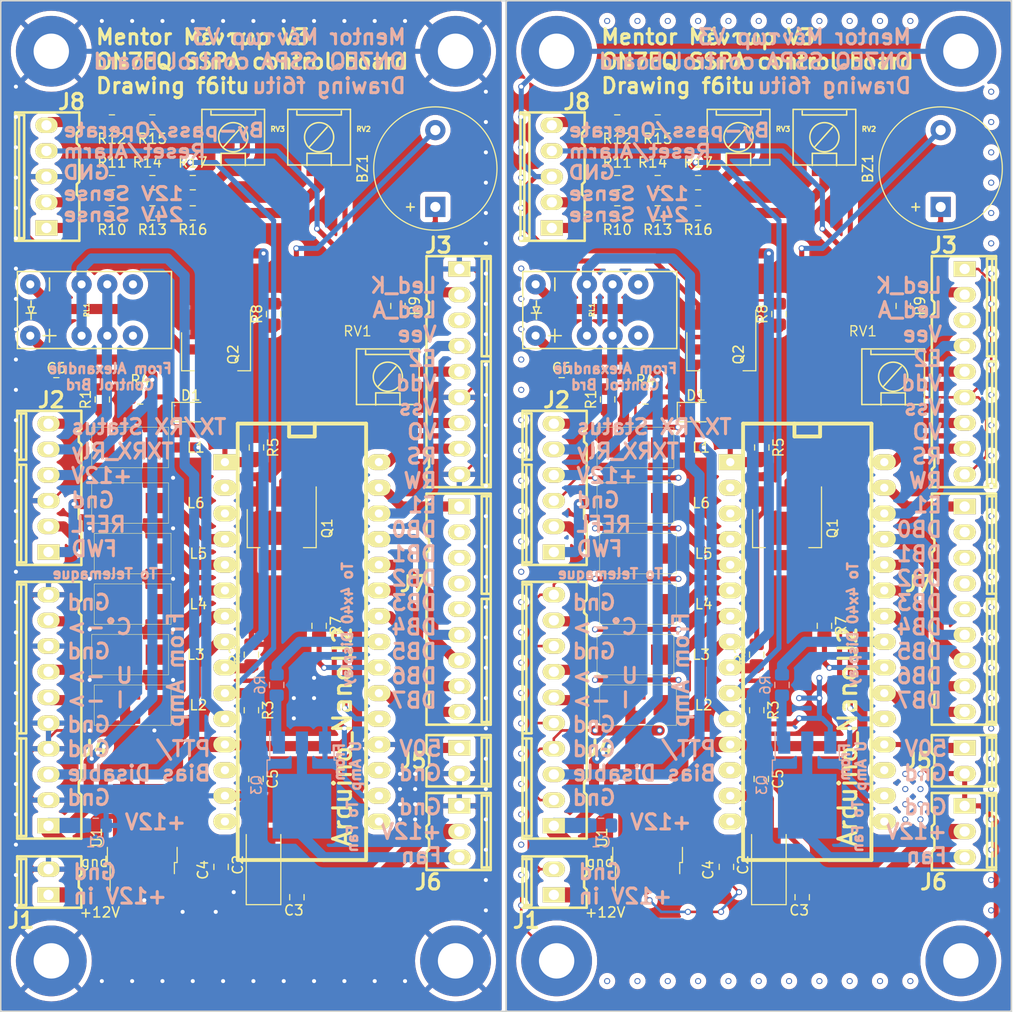
<source format=kicad_pcb>
(kicad_pcb (version 20221018) (generator pcbnew)
  (layers (0 "F.Cu" signal) (31 "B.Cu" signal) (34 "B.Paste" user) (35 "F.Paste" user) (36 "B.SilkS" user "B.Silkscreen") (37 "F.SilkS" user "F.Silkscreen") (38 "B.Mask" user) (39 "F.Mask" user) (44 "Edge.Cuts" user))
  (net 0 "")
  (net 1 "+5V")
  (net 2 "Net-(BZ1-Pad2)")
  (net 3 "+12V")
  (net 4 "GND")
  (net 5 "Net-(D1-Pad1)")
  (net 6 "Net-(D1-Pad2)")
  (net 7 "Net-(J2-Pad6)")
  (net 8 "Net-(J2-Pad5)")
  (net 9 "Net-(J2-Pad1)")
  (net 10 "Net-(J2-Pad2)")
  (net 11 "LCDRS")
  (net 12 "Net-(J3-Pad7)")
  (net 13 "LCDE2")
  (net 14 "Net-(J3-Pad2)")
  (net 15 "Net-(J4-Pad9)")
  (net 16 "Net-(J4-Pad7)")
  (net 17 "Net-(J4-Pad3)")
  (net 18 "Net-(J4-Pad6)")
  (net 19 "Net-(J5-Pad1)")
  (net 20 "Net-(J6-Pad3)")
  (net 21 "LCD02")
  (net 22 "LCD03")
  (net 23 "LCD01")
  (net 24 "LCD04")
  (net 25 "LCDE1")
  (net 26 "Net-(L1-Pad3)")
  (net 27 "Net-(L2-Pad3)")
  (net 28 "Net-(L3-Pad3)")
  (net 29 "Net-(L4-Pad3)")
  (net 30 "Net-(L5-Pad3)")
  (net 31 "Net-(L6-Pad3)")
  (net 32 "Net-(Q1-Pad1)")
  (net 33 "Net-(Q2-Pad1)")
  (net 34 "Net-(Q3-Pad1)")
  (net 35 "Net-(R6-Pad1)")
  (net 36 "Net-(R7-Pad2)")
  (net 37 "Net-(Q2-Pad2)")
  (net 38 "Net-(J3-Pad3)")
  (net 39 "Net-(J7-Pad5)")
  (net 40 "Net-(J7-Pad4)")
  (net 41 "Net-(J7-Pad3)")
  (net 42 "Net-(J7-Pad2)")
  (net 43 "Net-(J8-Pad5)")
  (net 44 "Net-(J8-Pad4)")
  (net 45 "Net-(J8-Pad1)")
  (net 46 "Net-(R13-Pad1)")
  (net 47 "Net-(R14-Pad1)")
  (net 48 "Net-(R10-Pad1)")
  (net 49 "Net-(R11-Pad1)")
  (net 50 "Net-(R12-Pad1)")
  (net 51 "Net-(R16-Pad1)")
  (net 52 "Net-(R17-Pad1)")
  (net 53 "Net-(RL1-Pad5)")
  (net 54 "Net-(RL1-Pad8)")
  (net 55 "Net-(U2-Pad2)")
  (net 56 "Net-(U2-Pad3)")
  (net 57 "Net-(U2-Pad13)")
  (net 58 "Net-(U2-Pad15)")
  (net 59 "Net-(U2-Pad16)")
  (net 60 "Net-(U2-Pad18)")
  (net 61 "Net-(J8-Pad2)")
  (footprint "conn_kk100:kk100_22-23-2021" (layer "F.Cu") (at 45.8 117.2 90)
    (fp_text reference "J1")
    (fp_text value "CONN_01X02" hide)
  )
  (footprint "conn_kk100:kk100_22-23-2061" (layer "F.Cu") (at 45.8 78.2 90)
    (fp_text reference "J2")
    (fp_text value "CONN_01X06" hide)
  )
  (footprint "conn_kk100:kk100_22-23-2091" (layer "F.Cu") (at 86.3 66.7 -90)
    (fp_text reference "J3")
    (fp_text value "CONN_01X09" hide)
  )
  (footprint "conn_kk100:kk100_22-23-2101" (layer "F.Cu") (at 45.8 100.2 90)
    (fp_text reference "J4")
    (fp_text value "CONN_01X10" hide)
  )
  (footprint "conn_kk100:kk100_22-23-2021" (layer "F.Cu") (at 86.3 105.2 -90)
    (fp_text reference "J5")
    (fp_text value "CONN_01X02" hide)
  )
  (footprint "conn_kk100:kk100_22-23-2031" (layer "F.Cu") (at 86.3 112.2 -90)
    (fp_text reference "J6")
    (fp_text value "CONN_01X03" hide)
  )
  (footprint "conn_kk100:kk100_22-23-2091" (layer "F.Cu") (at 86.3 90.2 -90)
    (fp_text reference "J7")
    (fp_text value "CONN_01X09" hide)
  )
  (footprint "Ferrite_LC_NFM41P:Ferrite_LC_NFM41P" (layer "F.Cu") (at 54.05 84.7)
    (fp_text reference "L5")
    (fp_text value "L_cap")
  )
  (footprint "Trimmer_3314G1_Handsoldering:Trimmer_3314G1_Handsoldering" (layer "F.Cu") (at 79.3 67.2)
    (fp_text reference "RV1")
    (fp_text value "10k")
  )
  (footprint "arduino_nano:arduino_nano" (layer "F.Cu") (at 70.8 94.7 -90)
    (fp_text reference "U2")
    (fp_text value "Arduino_Nano")
  )
  (footprint "Mounting_Holes:MountingHole_3.5mm_Pad" (layer "F.Cu") (at 46 35)
    (fp_text reference "TP1" hide)
    (fp_text value "TEST" hide)
  )
  (footprint "Mounting_Holes:MountingHole_3.5mm_Pad" (layer "F.Cu") (at 86 35)
    (fp_text reference "TP2" hide)
    (fp_text value "TEST" hide)
  )
  (footprint "Mounting_Holes:MountingHole_3.5mm_Pad" (layer "F.Cu") (at 46 125)
    (fp_text reference "TP3" hide)
    (fp_text value "TEST" hide)
  )
  (footprint "Mounting_Holes:MountingHole_3.5mm_Pad" (layer "F.Cu") (at 86 125)
    (fp_text reference "TP4" hide)
    (fp_text value "TEST" hide)
  )
  (footprint "2_Form_C_Relay:THT_2_formC" (layer "F.Cu") (at 49 60.6 90)
    (fp_text reference "RL1")
    (fp_text value "EC2-12NU")
  )
  (footprint "Ferrite_LC_NFM41P:Ferrite_LC_NFM41P" (layer "F.Cu") (at 53.8 74.2)
    (fp_text reference "L1")
    (fp_text value "L_cap")
  )
  (footprint "Ferrite_LC_NFM41P:Ferrite_LC_NFM41P" (layer "F.Cu") (at 54.05 99.7)
    (fp_text reference "L2")
    (fp_text value "L_cap")
  )
  (footprint "Ferrite_LC_NFM41P:Ferrite_LC_NFM41P" (layer "F.Cu") (at 53.8 94.7)
    (fp_text reference "L3")
    (fp_text value "L_cap")
  )
  (footprint "Ferrite_LC_NFM41P:Ferrite_LC_NFM41P" (layer "F.Cu") (at 54.05 89.7)
    (fp_text reference "L4")
    (fp_text value "L_cap")
  )
  (footprint "Ferrite_LC_NFM41P:Ferrite_LC_NFM41P" (layer "F.Cu") (at 53.8 79.7)
    (fp_text reference "L6")
    (fp_text value "L_cap")
  )
  (footprint "conn_kk100:kk100_22-23-2051" (layer "F.Cu") (at 45.6 47.4 90)
    (fp_text reference "J8")
    (fp_text value "Conn_01x05" hide)
  )
  (footprint "Resistor_SMD:R_0805_2012Metric_Pad1.15x1.40mm_HandSolder" (layer "F.Cu") (at 52 48 180)
    (fp_text reference "R11")
    (fp_text value "1k5")
  )
  (footprint "Resistor_SMD:R_0805_2012Metric_Pad1.15x1.40mm_HandSolder" (layer "F.Cu") (at 52 42 180)
    (fp_text reference "R12")
    (fp_text value "3k3")
  )
  (footprint "Resistor_SMD:R_0805_2012Metric_Pad1.15x1.40mm_HandSolder" (layer "F.Cu") (at 56 51 180)
    (fp_text reference "R13")
    (fp_text value "2k")
  )
  (footprint "Resistor_SMD:R_0805_2012Metric_Pad1.15x1.40mm_HandSolder" (layer "F.Cu") (at 56 48 180)
    (fp_text reference "R14")
    (fp_text value "1k5")
  )
  (footprint "Resistor_SMD:R_0805_2012Metric_Pad1.15x1.40mm_HandSolder" (layer "F.Cu") (at 56 42 180)
    (fp_text reference "R15")
    (fp_text value "1k5")
  )
  (footprint "Resistor_SMD:R_0805_2012Metric_Pad1.15x1.40mm_HandSolder" (layer "F.Cu") (at 60 48 180)
    (fp_text reference "R17")
    (fp_text value "500R")
  )
  (footprint "Trimmer_3314G1_Handsoldering:Trimmer_3314G1_Handsoldering" (layer "F.Cu") (at 72.5 43.5)
    (fp_text reference "RV2")
    (fp_text value "2k")
  )
  (footprint "Trimmer_3314G1_Handsoldering:Trimmer_3314G1_Handsoldering" (layer "F.Cu") (at 64 43.5)
    (fp_text reference "RV3")
    (fp_text value "2k")
  )
  (footprint "Resistor_SMD:R_0805_2012Metric_Pad1.15x1.40mm_HandSolder" (layer "F.Cu") (at 60 51 180)
    (fp_text reference "R16")
    (fp_text value "500R")
  )
  (footprint "Resistor_SMD:R_0805_2012Metric_Pad1.15x1.40mm_HandSolder" (layer "F.Cu") (at 52 51 180)
    (fp_text reference "R10")
    (fp_text value "5k")
  )
  (footprint "Resistor_SMD:R_0805_2012Metric_Pad1.15x1.40mm_HandSolder" (layer "F.Cu") (at 51.05 69.45 90)
    (fp_text reference "R1")
    (fp_text value "10k")
  )
  (footprint "Resistor_SMD:R_0805_2012Metric_Pad1.15x1.40mm_HandSolder" (layer "F.Cu") (at 65.8 94.7 90)
    (fp_text reference "R2")
    (fp_text value "0R")
  )
  (footprint "Resistor_SMD:R_0805_2012Metric_Pad1.15x1.40mm_HandSolder" (layer "F.Cu") (at 65.8 100.2 -90)
    (fp_text reference "R3")
    (fp_text value "0R")
  )
  (footprint "Resistor_SMD:R_0805_2012Metric_Pad1.15x1.40mm_HandSolder" (layer "F.Cu") (at 54.8 69.2)
    (fp_text reference "R4")
    (fp_text value "330")
  )
  (footprint "Resistor_SMD:R_0805_2012Metric_Pad1.15x1.40mm_HandSolder" (layer "F.Cu") (at 66.3 74.2 -90)
    (fp_text reference "R5")
    (fp_text value "1k")
  )
  (footprint "Resistor_SMD:R_0805_2012Metric_Pad1.15x1.40mm_HandSolder" (layer "F.Cu") (at 72.5 91.85 -90)
    (fp_text reference "R7")
    (fp_text value "2k2")
  )
  (footprint "Resistor_SMD:R_0805_2012Metric_Pad1.15x1.40mm_HandSolder" (layer "F.Cu") (at 68 61 90)
    (fp_text reference "R8")
    (fp_text value "10k")
  )
  (footprint "Resistor_SMD:R_0805_2012Metric_Pad1.15x1.40mm_HandSolder" (layer "F.Cu") (at 80.3 60.2 -90)
    (fp_text reference "R9")
    (fp_text value "100R")
  )
  (footprint "Package_TO_SOT_SMD:SOT-223" (layer "F.Cu") (at 68.8 82.2 -90)
    (fp_text reference "Q1")
    (fp_text value "PZT2222A")
  )
  (footprint "Package_TO_SOT_SMD:SOT-223" (layer "F.Cu") (at 62.3 64.7 -90)
    (fp_text reference "Q2")
    (fp_text value "PZT2222A")
  )
  (footprint "Package_TO_SOT_SMD:TO-252-3_TabPin2" (layer "F.Cu") (at 55 112.8 90)
    (fp_text reference "U1")
    (fp_text value "KA78M05_TO252")
  )
  (footprint "Capacitor_SMD:C_0805_2012Metric_Pad1.15x1.40mm_HandSolder" (layer "F.Cu") (at 70.3 118.7 90)
    (fp_text reference "C3")
    (fp_text value "100n")
  )
  (footprint "Capacitor_SMD:C_0805_2012Metric_Pad1.15x1.40mm_HandSolder" (layer "F.Cu") (at 62.8 115.7 -90)
    (fp_text reference "C4")
    (fp_text value "100n")
  )
  (footprint "Capacitor_SMD:C_0805_2012Metric_Pad1.15x1.40mm_HandSolder" (layer "F.Cu") (at 66.25 107 -90)
    (fp_text reference "C5")
    (fp_text value "100n")
  )
  (footprint "Capacitor_SMD:C_0805_2012Metric_Pad1.15x1.40mm_HandSolder" (layer "F.Cu") (at 46.5 68)
    (fp_text reference "C6")
    (fp_text value "100n")
  )
  (footprint "Diode_SMD:D_0805_2012Metric_Pad1.15x1.40mm_HandSolder" (layer "F.Cu") (at 59.8 70.7)
    (fp_text reference "D1")
    (fp_text value "LED")
  )
  (footprint "Buzzer_Beeper:Buzzer_12x9.5RM7.6" (layer "F.Cu") (at 84 50.4 90)
    (fp_text reference "BZ1")
    (fp_text value "Buzzer")
  )
  (footprint "Capacitor_Tantalum_SMD:CP_EIA-6032-28_Kemet-C_Pad2.25x2.35mm_HandSolder" (layer "F.Cu") (at 67 115.5 90)
    (fp_text reference "C2")
    (fp_text value "10u")
  )
  (footprint "Resistor_SMD:R_0805_2012Metric_Pad1.15x1.40mm_HandSolder" (layer "F.Cu") (at 110 51 180)
    (fp_text reference "R16")
    (fp_text value "500R")
  )
  (footprint "2_Form_C_Relay:THT_2_formC" (layer "F.Cu") (at 99 60.6 90)
    (fp_text reference "RL1")
    (fp_text value "EC2-12NU")
  )
  (footprint "conn_kk100:kk100_22-23-2091" (layer "F.Cu") (at 136.3 66.7 -90)
    (fp_text reference "J3")
    (fp_text value "CONN_01X09" hide)
  )
  (footprint "arduino_nano:arduino_nano" (layer "F.Cu") (at 120.8 94.7 -90)
    (fp_text reference "U2")
    (fp_text value "Arduino_Nano")
  )
  (footprint "conn_kk100:kk100_22-23-2101" (layer "F.Cu") (at 95.8 100.2 90)
    (fp_text reference "J4")
    (fp_text value "CONN_01X10" hide)
  )
  (footprint "conn_kk100:kk100_22-23-2031" (layer "F.Cu") (at 136.3 112.2 -90)
    (fp_text reference "J6")
    (fp_text value "CONN_01X03" hide)
  )
  (footprint "conn_kk100:kk100_22-23-2091" (layer "F.Cu") (at 136.3 90.2 -90)
    (fp_text reference "J7")
    (fp_text value "CONN_01X09" hide)
  )
  (footprint "Trimmer_3314G1_Handsoldering:Trimmer_3314G1_Handsoldering" (layer "F.Cu") (at 129.3 67.2)
    (fp_text reference "RV1")
    (fp_text value "10k")
  )
  (footprint "Mounting_Holes:MountingHole_3.5mm_Pad" (layer "F.Cu") (at 96 35)
    (fp_text reference "TP1" hide)
    (fp_text value "TEST" hide)
  )
  (footprint "Mounting_Holes:MountingHole_3.5mm_Pad" (layer "F.Cu") (at 136 35)
    (fp_text reference "TP2" hide)
    (fp_text value "TEST" hide)
  )
  (footprint "Mounting_Holes:MountingHole_3.5mm_Pad" (layer "F.Cu") (at 96 125)
    (fp_text reference "TP3" hide)
    (fp_text value "TEST" hide)
  )
  (footprint "Ferrite_LC_NFM41P:Ferrite_LC_NFM41P" (layer "F.Cu") (at 103.8 74.2)
    (fp_text reference "L1")
    (fp_text value "L_cap")
  )
  (footprint "Ferrite_LC_NFM41P:Ferrite_LC_NFM41P" (layer "F.Cu") (at 104.05 99.7)
    (fp_text reference "L2")
    (fp_text value "L_cap")
  )
  (footprint "Ferrite_LC_NFM41P:Ferrite_LC_NFM41P" (layer "F.Cu") (at 104.05 84.7)
    (fp_text reference "L5")
    (fp_text value "L_cap")
  )
  (footprint "conn_kk100:kk100_22-23-2021" (layer "F.Cu") (at 136.3 105.2 -90)
    (fp_text reference "J5")
    (fp_text value "CONN_01X02" hide)
  )
  (footprint "Mounting_Holes:MountingHole_3.5mm_Pad" (layer "F.Cu") (at 136 125)
    (fp_text reference "TP4" hide)
    (fp_text value "TEST" hide)
  )
  (footprint "conn_kk100:kk100_22-23-2061" (layer "F.Cu") (at 95.8 78.2 90)
    (fp_text reference "J2")
    (fp_text value "CONN_01X06" hide)
  )
  (footprint "conn_kk100:kk100_22-23-2021" (layer "F.Cu") (at 95.8 117.2 90)
    (fp_text reference "J1")
    (fp_text value "CONN_01X02" hide)
  )
  (footprint "Trimmer_3314G1_Handsoldering:Trimmer_3314G1_Handsoldering" (layer "F.Cu") (at 114 43.5)
    (fp_text reference "RV3")
    (fp_text value "2k")
  )
  (footprint "Resistor_SMD:R_0805_2012Metric_Pad1.15x1.40mm_HandSolder" (layer "F.Cu") (at 115.8 100.2 -90)
    (fp_text reference "R3")
    (fp_text value "0R")
  )
  (footprint "Resistor_SMD:R_0805_2012Metric_Pad1.15x1.40mm_HandSolder" (layer "F.Cu") (at 118 61 90)
    (fp_text reference "R8")
    (fp_text value "10k")
  )
  (footprint "Package_TO_SOT_SMD:SOT-223" (layer "F.Cu") (at 118.8 82.2 -90)
    (fp_text reference "Q1")
    (fp_text value "PZT2222A")
  )
  (footprint "Resistor_SMD:R_0805_2012Metric_Pad1.15x1.40mm_HandSolder" (layer "F.Cu") (at 106 42 180)
    (fp_text reference "R15")
    (fp_text value "1k5")
  )
  (footprint "Package_TO_SOT_SMD:SOT-223" (layer "F.Cu") (at 112.3 64.7 -90)
    (fp_text reference "Q2")
    (fp_text value "PZT2222A")
  )
  (footprint "Resistor_SMD:R_0805_2012Metric_Pad1.15x1.40mm_HandSolder" (layer "F.Cu") (at 104.8 69.2)
    (fp_text reference "R4")
    (fp_text value "330")
  )
  (footprint "Resistor_SMD:R_0805_2012Metric_Pad1.15x1.40mm_HandSolder" (layer "F.Cu") (at 115.8 94.7 90)
    (fp_text reference "R2")
    (fp_text value "0R")
  )
  (footprint "Resistor_SMD:R_0805_2012Metric_Pad1.15x1.40mm_HandSolder" (layer "F.Cu") (at 130.3 60.2 -90)
    (fp_text reference "R9")
    (fp_text value "100R")
  )
  (footprint "Package_TO_SOT_SMD:TO-252-3_TabPin2" (layer "F.Cu") (at 105 112.8 90)
    (fp_text reference "U1")
    (fp_text value "KA78M05_TO252")
  )
  (footprint "Resistor_SMD:R_0805_2012Metric_Pad1.15x1.40mm_HandSolder" (layer "F.Cu") (at 101.05 69.45 90)
    (fp_text reference "R1")
    (fp_text value "10k")
  )
  (footprint "Trimmer_3314G1_Handsoldering:Trimmer_3314G1_Handsoldering" (layer "F.Cu") (at 122.5 43.5)
    (fp_text reference "RV2")
    (fp_text value "2k")
  )
  (footprint "Resistor_SMD:R_0805_2012Metric_Pad1.15x1.40mm_HandSolder" (layer "F.Cu") (at 116.3 74.2 -90)
    (fp_text reference "R5")
    (fp_text value "1k")
  )
  (footprint "Resistor_SMD:R_0805_2012Metric_Pad1.15x1.40mm_HandSolder" (layer "F.Cu") (at 110 48 180)
    (fp_text reference "R17")
    (fp_text value "500R")
  )
  (footprint "Resistor_SMD:R_0805_2012Metric_Pad1.15x1.40mm_HandSolder" (layer "F.Cu") (at 122.5 91.85 -90)
    (fp_text reference "R7")
    (fp_text value "2k2")
  )
  (footprint "Ferrite_LC_NFM41P:Ferrite_LC_NFM41P" (layer "F.Cu") (at 103.8 79.7)
    (fp_text reference "L6")
    (fp_text value "L_cap")
  )
  (footprint "Resistor_SMD:R_0805_2012Metric_Pad1.15x1.40mm_HandSolder" (layer "F.Cu") (at 102 51 180)
    (fp_text reference "R10")
    (fp_text value "5k")
  )
  (footprint "Resistor_SMD:R_0805_2012Metric_Pad1.15x1.40mm_HandSolder" (layer "F.Cu") (at 102 48 180)
    (fp_text reference "R11")
    (fp_text value "1k5")
  )
  (footprint "Resistor_SMD:R_0805_2012Metric_Pad1.15x1.40mm_HandSolder" (layer "F.Cu") (at 106 51 180)
    (fp_text reference "R13")
    (fp_text value "2k")
  )
  (footprint "conn_kk100:kk100_22-23-2051" (layer "F.Cu") (at 95.6 47.4 90)
    (fp_text reference "J8")
    (fp_text value "Conn_01x05" hide)
  )
  (footprint "Resistor_SMD:R_0805_2012Metric_Pad1.15x1.40mm_HandSolder" (layer "F.Cu") (at 102 42 180)
    (fp_text reference "R12")
    (fp_text value "3k3")
  )
  (footprint "Ferrite_LC_NFM41P:Ferrite_LC_NFM41P" (layer "F.Cu") (at 104.05 89.7)
    (fp_text reference "L4")
    (fp_text value "L_cap")
  )
  (footprint "Ferrite_LC_NFM41P:Ferrite_LC_NFM41P" (layer "F.Cu") (at 103.8 94.7)
    (fp_text reference "L3")
    (fp_text value "L_cap")
  )
  (footprint "Resistor_SMD:R_0805_2012Metric_Pad1.15x1.40mm_HandSolder" (layer "F.Cu") (at 106 48 180)
    (fp_text reference "R14")
    (fp_text value "1k5")
  )
  (footprint "Capacitor_SMD:C_0805_2012Metric_Pad1.15x1.40mm_HandSolder" (layer "F.Cu") (at 116.25 107 -90)
    (fp_text reference "C5")
    (fp_text value "100n")
  )
  (footprint "Buzzer_Beeper:Buzzer_12x9.5RM7.6" (layer "F.Cu") (at 134 50.4 90)
    (fp_text reference "BZ1")
    (fp_text value "Buzzer")
  )
  (footprint "Capacitor_SMD:C_0805_2012Metric_Pad1.15x1.40mm_HandSolder" (layer "F.Cu") (at 96.5 68)
    (fp_text reference "C6")
    (fp_text value "100n")
  )
  (footprint "Diode_SMD:D_0805_2012Metric_Pad1.15x1.40mm_HandSolder" (layer "F.Cu") (at 109.8 70.7)
    (fp_text reference "D1")
    (fp_text value "LED")
  )
  (footprint "Capacitor_SMD:C_0805_2012Metric_Pad1.15x1.40mm_HandSolder" (layer "F.Cu") (at 120.3 118.7 90)
    (fp_text reference "C3")
    (fp_text value "100n")
  )
  (footprint "Capacitor_SMD:C_0805_2012Metric_Pad1.15x1.40mm_HandSolder" (layer "F.Cu") (at 112.8 115.7 -90)
    (fp_text reference "C4")
    (fp_text value "100n")
  )
  (footprint "Capacitor_Tantalum_SMD:CP_EIA-6032-28_Kemet-C_Pad2.25x2.35mm_HandSolder" (layer "F.Cu") (at 117 115.5 90)
    (fp_text reference "C2")
    (fp_text value "10u")
  )
  (footprint "Capacitor_SMD:C_0805_2012Metric_Pad1.15x1.40mm_HandSolder" (layer "B.Cu") (at 50.4 111.6)
    (fp_text reference "C1")
    (fp_text value "100n")
  )
  (footprint "Resistor_SMD:R_0805_2012Metric_Pad1.15x1.40mm_HandSolder" (layer "B.Cu") (at 68.3 97.7 -90)
    (fp_text reference "R6")
    (fp_text value "1k")
  )
  (footprint "Package_TO_SOT_SMD:TO-252-3_TabPin2" (layer "B.Cu") (at 70.8 107.6 -90)
    (fp_text reference "Q3")
    (fp_text value "IRFR3303")
  )
  (footprint "Capacitor_SMD:C_0805_2012Metric_Pad1.15x1.40mm_HandSolder" (layer "B.Cu") (at 100.4 111.6)
    (fp_text reference "C1")
    (fp_text value "100n")
  )
  (footprint "Resistor_SMD:R_0805_2012Metric_Pad1.15x1.40mm_HandSolder" (layer "B.Cu") (at 118.3 97.7 -90)
    (fp_text reference "R6")
    (fp_text value "1k")
  )
  (footprint "Package_TO_SOT_SMD:TO-252-3_TabPin2" (layer "B.Cu") (at 120.8 107.6 -90)
    (fp_text reference "Q3")
    (fp_text value "IRFR3303")
  )
  (gr_line (start 91 30) (end 141 30) (stroke (width 0.15)) (layer "Edge.Cuts"))
  (gr_line (start 141 30) (end 141 130) (stroke (width 0.15)) (layer "Edge.Cuts"))
  (gr_line (start 91 130) (end 91 30) (stroke (width 0.15)) (layer "Edge.Cuts"))
  (gr_line (start 91 130) (end 141 130) (stroke (width 0.15)) (layer "Edge.Cuts"))
  (gr_line (start 91 30) (end 91 130) (stroke (width 0.15)) (layer "Edge.Cuts"))
  (gr_line (start 41 130) (end 41 30) (stroke (width 0.15)) (layer "Edge.Cuts"))
  (gr_line (start 41 30) (end 91 30) (stroke (width 0.15)) (layer "Edge.Cuts"))
  (gr_line (start 41 130) (end 91 130) (stroke (width 0.15)) (layer "Edge.Cuts"))
  (gr_text "From Alexandrie\nControl Brd" (at 51.8 67.2) (layer "B.SilkS") (effects (font (size 1 1) (thickness 0.25)) (justify mirror)))
  (gr_text "Gnd\nC°->\nGnd\nU ->\nI ->\nGnd\nPTT/    Gnd\nBias Disable\nGnd\n+12V     " (at 97.4 100.4) (layer "B.SilkS") (effects (font (size 1.5 1.5) (thickness 0.3)) (justify right mirror)))
  (gr_text "To Telemaque" (at 101.3 86.7) (layer "B.SilkS") (effects (font (size 1 1) (thickness 0.25)) (justify mirror)))
  (gr_text "Gnd\n+12V in\n" (at 98 117.4) (layer "B.SilkS") (effects (font (size 1.5 1.5) (thickness 0.3)) (justify right mirror)))
  (gr_text "From Amp" (at 108.3 96.2 90) (layer "B.SilkS") (effects (font (size 1.5 1.5) (thickness 0.3)) (justify mirror)))
  (gr_text "Gnd\n+12V\nFan" (at 134.8 112.2) (layer "B.SilkS") (effects (font (size 1.5 1.5) (thickness 0.3)) (justify left mirror)))
  (gr_text "Mentor Μέντωρ V3\nON7EQ SSPA control board\nDrawing f6itu" (at 131.25 36) (layer "B.SilkS") (effects (font (size 1.5 1.5) (thickness 0.3)) (justify left mirror)))
  (gr_text "To Fan" (at 125.8 111.7 90) (layer "B.SilkS") (effects (font (size 1 1) (thickness 0.25)) (justify mirror)))
  (gr_text "TX/RX Status\nTXRX_Rly\n+12V\nGnd\nREFL\nFWD" (at 97.8 78.2) (layer "B.SilkS") (effects (font (size 1.5 1.5) (thickness 0.3)) (justify right mirror)))
  (gr_text "50V\nGnd" (at 134.8 105.2) (layer "B.SilkS") (effects (font (size 1.5 1.5) (thickness 0.3)) (justify left mirror)))
  (gr_text "From Alexandrie\nControl Brd" (at 101.8 67.2) (layer "B.SilkS") (effects (font (size 1 1) (thickness 0.25)) (justify mirror)))
  (gr_text "Led_K\nLed_A\nVee\nE2\nVdd\nVss\nVO\nRS\nRW\nE1\nDB0\nDB1\nDB2\nDB3\nDB4\nDB5\nDB6\nDB7" (at 134.3 78.7) (layer "B.SilkS") (effects (font (size 1.5 1.5) (thickness 0.3)) (justify left mirror)))
  (gr_text "By-pass/Operate\nReset/Alarm\nGND\n12V Sense\n24V Sense" (at 97 47) (layer "B.SilkS") (effects (font (size 1.3 1.5) (thickness 0.3)) (justify right mirror)))
  (gr_text "From \nU Amp" (at 125.3 105.7 90) (layer "B.SilkS") (effects (font (size 1 1) (thickness 0.25)) (justify mirror)))
  (gr_text "To 4x40 Display" (at 125.3 91.7 90) (layer "B.SilkS") (effects (font (size 1 1) (thickness 0.25)) (justify mirror)))
  (gr_text "Gnd\n+12V in\n" (at 48 117.4) (layer "B.SilkS") (effects (font (size 1.5 1.5) (thickness 0.3)) (justify right mirror)))
  (gr_text "By-pass/Operate\nReset/Alarm\nGND\n12V Sense\n24V Sense" (at 47 47) (layer "B.SilkS") (effects (font (size 1.3 1.5) (thickness 0.3)) (justify right mirror)))
  (gr_text "To Telemaque" (at 51.3 86.7) (layer "B.SilkS") (effects (font (size 1 1) (thickness 0.25)) (justify mirror)))
  (gr_text "Led_K\nLed_A\nVee\nE2\nVdd\nVss\nVO\nRS\nRW\nE1\nDB0\nDB1\nDB2\nDB3\nDB4\nDB5\nDB6\nDB7" (at 84.3 78.7) (layer "B.SilkS") (effects (font (size 1.5 1.5) (thickness 0.3)) (justify left mirror)))
  (gr_text "From \nU Amp" (at 75.3 105.7 90) (layer "B.SilkS") (effects (font (size 1 1) (thickness 0.25)) (justify mirror)))
  (gr_text "50V\nGnd" (at 84.8 105.2) (layer "B.SilkS") (effects (font (size 1.5 1.5) (thickness 0.3)) (justify left mirror)))
  (gr_text "Gnd\n+12V\nFan" (at 84.8 112.2) (layer "B.SilkS") (effects (font (size 1.5 1.5) (thickness 0.3)) (justify left mirror)))
  (gr_text "From Amp" (at 58.3 96.2 90) (layer "B.SilkS") (effects (font (size 1.5 1.5) (thickness 0.3)) (justify mirror)))
  (gr_text "To 4x40 Display" (at 75.3 91.7 90) (layer "B.SilkS") (effects (font (size 1 1) (thickness 0.25)) (justify mirror)))
  (gr_text "TX/RX Status\nTXRX_Rly\n+12V\nGnd\nREFL\nFWD" (at 47.8 78.2) (layer "B.SilkS") (effects (font (size 1.5 1.5) (thickness 0.3)) (justify right mirror)))
  (gr_text "To Fan" (at 75.8 111.7 90) (layer "B.SilkS") (effects (font (size 1 1) (thickness 0.25)) (justify mirror)))
  (gr_text "Mentor Μέντωρ V3\nON7EQ SSPA control board\nDrawing f6itu" (at 81.25 36) (layer "B.SilkS") (effects (font (size 1.5 1.5) (thickness 0.3)) (justify left mirror)))
  (gr_text "Gnd\nC°->\nGnd\nU ->\nI ->\nGnd\nPTT/    Gnd\nBias Disable\nGnd\n+12V     " (at 47.4 100.4) (layer "B.SilkS") (effects (font (size 1.5 1.5) (thickness 0.3)) (justify right mirror)))
  (gr_text "Mentor Μέντωρ V3\nON7EQ SSPA control board\nDrawing f6itu" (at 100.25 36) (layer "F.SilkS") (effects (font (size 1.5 1.5) (thickness 0.3)) (justify left)))
  (gr_text "gnd" (at 100.3 115.2) (layer "F.SilkS") (effects (font (size 1 1))))
  (gr_text "+12V" (at 100.8 120.2) (layer "F.SilkS") (effects (font (size 1 1))))
  (gr_text "+12V" (at 50.8 120.2) (layer "F.SilkS") (effects (font (size 1 1))))
  (gr_text "Mentor Μέντωρ V3\nON7EQ SSPA control board\nDrawing f6itu" (at 50.25 36) (layer "F.SilkS") (effects (font (size 1.5 1.5) (thickness 0.3)) (justify left)))
  (gr_text "gnd" (at 50.3 115.2) (layer "F.SilkS") (effects (font (size 1 1))))
  (segment (start 130.3 64.3) (end 130.45 64.45) (width 1) (layer "F.Cu") (net 0))
  (segment (start 130.45 64.45) (end 130.45 65.35) (width 1) (layer "F.Cu") (net 0))
  (segment (start 110.537 103.59) (end 113.18 103.59) (width 1.5) (layer "F.Cu") (net 0))
  (segment (start 131.8 66.7) (end 136.3762 66.7) (width 1) (layer "F.Cu") (net 0))
  (segment (start 110.3 113.48) (end 110.3 103.827) (width 1.5) (layer "F.Cu") (net 0))
  (segment (start 107.28 116.5) (end 110.3 113.48) (width 1.5) (layer "F.Cu") (net 0))
  (segment (start 107.28 117) (end 107.28 116.5) (width 1.5) (layer "F.Cu") (net 0))
  (segment (start 110.3 113.575) (end 110.3 113.48) (width 1) (layer "F.Cu") (net 0))
  (segment (start 111.175 114.45) (end 110.3 113.575) (width 1) (layer "F.Cu") (net 0))
  (segment (start 130.3 61.55) (end 127.45 61.55) (width 1) (layer "F.Cu") (net 0))
  (segment (start 127.45 61.55) (end 126.25 62.75) (width 1) (layer "F.Cu") (net 0))
  (segment (start 126.25 59.65) (end 126.25 62.75) (width 0.5) (layer "F.Cu") (net 0))
  (segment (start 130.45 65.35) (end 131.8 66.7) (width 1) (layer "F.Cu") (net 0))
  (segment (start 110.3 103.827) (end 110.537 103.59) (width 1.5) (layer "F.Cu") (net 0))
  (segment (start 112.8 114.45) (end 111.175 114.45) (width 1) (layer "F.Cu") (net 0))
  (segment (start 134 51.9) (end 126.25 59.65) (width 0.5) (layer "F.Cu") (net 0))
  (segment (start 134 50.4) (end 134 51.9) (width 0.5) (layer "F.Cu") (net 0))
  (segment (start 116 103.75) (end 115.75 103.75) (width 1) (layer "F.Cu") (net 0))
  (segment (start 130.3 61.55) (end 130.3 64.3) (width 1) (layer "F.Cu") (net 0))
  (segment (start 115.75 103.75) (end 124.730002 103.75) (width 1) (layer "F.Cu") (net 0))
  (segment (start 118.8 77.55) (end 120.25 76.1) (width 0.5) (layer "F.Cu") (net 0))
  (segment (start 124.575 120.825) (end 133.2 112.2) (width 1.5) (layer "F.Cu") (net 0))
  (segment (start 100.07 118.47) (end 100.07 116.47) (width 1.5) (layer "F.Cu") (net 0))
  (segment (start 116.25 105.75) (end 116.25 104) (width 1) (layer "F.Cu") (net 0))
  (segment (start 116.25 104) (end 116 103.75) (width 1) (layer "F.Cu") (net 0))
  (segment (start 120.25 76.1) (end 120.25 54.5) (width 0.5) (layer "F.Cu") (net 0))
  (segment (start 100.07 118.47) (end 95.7238 118.47) (width 1.5) (layer "F.Cu") (net 0))
  (segment (start 113.18 103.59) (end 115.75 103.75) (width 1) (layer "F.Cu") (net 0))
  (segment (start 116.8 120.825) (end 120.2 120.825) (width 1.5) (layer "F.Cu") (net 0))
  (segment (start 133.2 112.2) (end 136.3762 112.2) (width 1.5) (layer "F.Cu") (net 0))
  (segment (start 95.7238 111.63) (end 97.75 111.63) (width 1) (layer "F.Cu") (net 0))
  (segment (start 126.25 102.230002) (end 126.25 62.75) (width 1) (layer "F.Cu") (net 0))
  (segment (start 124.730002 103.75) (end 126.25 102.230002) (width 1) (layer "F.Cu") (net 0))
  (segment (start 118.8 79.05) (end 118.8 77.55) (width 0.5) (layer "F.Cu") (net 0))
  (segment (start 120.2 120.825) (end 124.575 120.825) (width 1.5) (layer "F.Cu") (net 0))
  (segment (start 100.07 116.47) (end 95.7238 112.1238) (width 1.5) (layer "F.Cu") (net 0))
  (segment (start 120.3 119.95) (end 120.3 120.725) (width 1) (layer "F.Cu") (net 0))
  (segment (start 120.3 120.725) (end 120.2 120.825) (width 1) (layer "F.Cu") (net 0))
  (segment (start 95.7238 112.1238) (end 95.7238 111.63) (width 1.5) (layer "F.Cu") (net 0))
  (segment (start 102.72 119.6) (end 101.2 119.6) (width 1.5) (layer "F.Cu") (net 0))
  (segment (start 101.2 119.6) (end 100.07 118.47) (width 1.5) (layer "F.Cu") (net 0))
  (segment (start 100 105) (end 99.700001 105.299999) (width 1) (layer "F.Cu") (net 0))
  (segment (start 93.92 63.14) (end 93.92 63.17) (width 1) (layer "F.Cu") (net 0))
  (segment (start 96.25 65.5) (end 104.5 65.5) (width 1) (layer "F.Cu") (net 0))
  (segment (start 100 105) (end 100.6 104.4) (width 1) (layer "F.Cu") (net 0))
  (segment (start 103.800008 102.200008) (end 105.775736 102.200008) (width 1) (layer "F.Cu") (net 0))
  (segment (start 103.8 102.2) (end 103.800008 102.200008) (width 1) (layer "F.Cu") (net 0))
  (segment (start 107.575732 72.2) (end 107.999996 72.2) (width 0.5) (layer "F.Cu") (net 0))
  (segment (start 116.8 120.8) (end 116.2 121.4) (width 1.5) (layer "F.Cu") (net 0))
  (segment (start 117 121) (end 117 118.625) (width 0.5) (layer "F.Cu") (net 0))
  (segment (start 105.12 122) (end 102.72 119.6) (width 1.5) (layer "F.Cu") (net 0))
  (segment (start 100.6 104.4) (end 101.2 103.8) (width 1) (layer "F.Cu") (net 0))
  (segment (start 116.8 120.825) (end 116.8 120.8) (width 1.5) (layer "F.Cu") (net 0))
  (segment (start 104.1 72.2) (end 107.575732 72.2) (width 0.5) (layer "F.Cu") (net 0))
  (segment (start 103.8 77.2) (end 103.789934 77.210066) (width 0.5) (layer "F.Cu") (net 0))
  (segment (start 116.2 121.4) (end 115.6 122) (width 1.5) (layer "F.Cu") (net 0))
  (segment (start 99.700001 109.679999) (end 97.75 111.63) (width 1) (layer "F.Cu") (net 0))
  (segment (start 116.6 121.4) (end 117 121) (width 0.5) (layer "F.Cu") (net 0))
  (segment (start 93.92 63.17) (end 96.25 65.5) (width 1) (layer "F.Cu") (net 0))
  (segment (start 115.6 122) (end 105.12 122) (width 1.5) (layer "F.Cu") (net 0))
  (segment (start 104.8 117.975) (end 104.8 118.6) (width 0.25) (layer "F.Cu") (net 0))
  (segment (start 105.775736 102.200008) (end 106.2 102.200008) (width 1) (layer "F.Cu") (net 0))
  (segment (start 100.23433 77.210066) (end 99.810066 77.210066) (width 0.5) (layer "F.Cu") (net 0))
  (segment (start 103.789934 77.210066) (end 100.23433 77.210066) (width 0.5) (layer "F.Cu") (net 0))
  (segment (start 103.800004 97.200004) (end 107.625736 97.200004) (width 0.5) (layer "F.Cu") (net 0))
  (segment (start 112.271876 120.14999) (end 108.993672 120.14999) (width 0.25) (layer "F.Cu") (net 0))
  (segment (start 103.8 97.2) (end 103.800004 97.200004) (width 0.5) (layer "F.Cu") (net 0))
  (segment (start 103.8 82.2) (end 108.049994 82.2) (width 0.5) (layer "F.Cu") (net 0))
  (segment (start 103.3 92.2) (end 108.05 92.2) (width 0.5) (layer "F.Cu") (net 0))
  (segment (start 103.3 77.2) (end 103.8 77.2) (width 0.5) (layer "F.Cu") (net 0))
  (segment (start 103.8 82.2) (end 99.8 82.2) (width 0.5) (layer "F.Cu") (net 0))
  (segment (start 103.3 87.2) (end 103.8 87.2) (width 0.5) (layer "F.Cu") (net 0))
  (segment (start 103.3 92.2) (end 99.8 92.2) (width 0.5) (layer "F.Cu") (net 0))
  (segment (start 95.25 64.47) (end 93.92 63.14) (width 0.5) (layer "F.Cu") (net 0))
  (segment (start 103.8 87.2) (end 99.8 87.2) (width 0.5) (layer "F.Cu") (net 0))
  (segment (start 103.8 87.2) (end 108.05 87.2) (width 0.5) (layer "F.Cu") (net 0))
  (segment (start 103.3 97.2) (end 103.8 97.2) (width 0.5) (layer "F.Cu") (net 0))
  (segment (start 99.700001 105.299999) (end 99.700001 109.679999) (width 1) (layer "F.Cu") (net 0))
  (segment (start 103.8 77.2) (end 108.05 77.2) (width 0.5) (layer "F.Cu") (net 0))
  (segment (start 95.25 68) (end 95.25 64.47) (width 0.5) (layer "F.Cu") (net 0))
  (segment (start 103.8 97.2) (end 99.8 97.2) (width 0.5) (layer "F.Cu") (net 0))
  (segment (start 116.2 121.4) (end 116.6 121.4) (width 0.5) (layer "F.Cu") (net 0))
  (segment (start 104.8 118.6) (end 104.900001 118.700001) (width 0.25) (layer "F.Cu") (net 0))
  (segment (start 102.72 119.6) (end 102.72 117) (width 1.5) (layer "F.Cu") (net 0))
  (segment (start 106 67) (end 106 67.5) (width 1) (layer "F.Cu") (net 0))
  (segment (start 104.900001 118.700001) (end 105.2 119) (width 0.25) (layer "F.Cu") (net 0))
  (segment (start 103.3 73) (end 104.1 72.2) (width 0.5) (layer "F.Cu") (net 0))
  (segment (start 103.3 82.2) (end 103.8 82.2) (width 0.5) (layer "F.Cu") (net 0))
  (segment (start 103.3 102.2) (end 103.8 102.2) (width 1) (layer "F.Cu") (net 0))
  (segment (start 103.3 100.9) (end 103.3 102.2) (width 1) (layer "F.Cu") (net 0))
  (segment (start 103.3 102.2) (end 103.3 107.325) (width 1) (layer "F.Cu") (net 0))
  (segment (start 107.625736 97.200004) (end 108.05 97.200004) (width 0.5) (layer "F.Cu") (net 0))
  (segment (start 104.5 65.5) (end 106 67) (width 1) (layer "F.Cu") (net 0))
  (segment (start 103.8 102.2) (end 99.8 102.2) (width 1) (layer "F.Cu") (net 0))
  (segment (start 116.8 120.825) (end 116.8 121) (width 1) (layer "F.Cu") (net 0))
  (segment (start 103.3 82.2) (end 103.3 83.5) (width 1) (layer "F.Cu") (net 0))
  (segment (start 103.3 75.4) (end 103.3 77.2) (width 1) (layer "F.Cu") (net 0))
  (segment (start 128.15 64.45) (end 128.15 65.35) (width 0.25) (layer "F.Cu") (net 0))
  (segment (start 116.5 79.05) (end 116.5 80.55) (width 0.5) (layer "F.Cu") (net 0))
  (segment (start 113.18 108.67) (end 115.83 108.67) (width 1) (layer "F.Cu") (net 0))
  (segment (start 132.943 106.47) (end 134.77765 106.47) (width 0.5) (layer "F.Cu") (net 0))
  (segment (start 130.063 103.59) (end 132.943 106.47) (width 0.5) (layer "F.Cu") (net 0))
  (segment (start 136 125) (end 139.499999 121.500001) (width 0.5) (layer "F.Cu") (net 0))
  (segment (start 136.71275 69.24) (end 139 66.95275) (width 0.25) (layer "F.Cu") (net 0))
  (segment (start 139 66.95275) (end 139 57.81525) (width 0.25) (layer "F.Cu") (net 0))
  (segment (start 120.3 117.45) (end 120.3 113.925) (width 0.5) (layer "F.Cu") (net 0))
  (segment (start 136.3762 109.66) (end 136.3762 106.47) (width 0.5) (layer "F.Cu") (net 0))
  (segment (start 103.3 95.9) (end 103.3 97.2) (width 1) (layer "F.Cu") (net 0))
  (segment (start 104.8 117.975) (end 104.8 108.825) (width 1) (layer "F.Cu") (net 0))
  (segment (start 128.15 64.9) (end 128.15 64.45) (width 0.25) (layer "F.Cu") (net 0))
  (segment (start 136.3762 69.24) (end 132.49 69.24) (width 0.25) (layer "F.Cu") (net 0))
  (segment (start 120.3 113.925) (end 118.75 112.375) (width 0.5) (layer "F.Cu") (net 0))
  (segment (start 115.8 92.1) (end 115.8 93.35) (width 0.5) (layer "F.Cu") (net 0))
  (segment (start 113.925 116.95) (end 117 113.875) (width 0.5) (layer "F.Cu") (net 0))
  (segment (start 103.3 78.5) (end 103.3 80.9) (width 1) (layer "F.Cu") (net 0))
  (segment (start 134.77765 106.47) (end 136.3762 106.47) (width 0.5) (layer "F.Cu") (net 0))
  (segment (start 139.499999 111.185249) (end 137.97475 109.66) (width 0.5) (layer "F.Cu") (net 0))
  (segment (start 103.3 77.2) (end 103.3 78.5) (width 1) (layer "F.Cu") (net 0))
  (segment (start 103.3 92.2) (end 103.3 93.5) (width 1) (layer "F.Cu") (net 0))
  (segment (start 117 109) (end 116.25 108.25) (width 1) (layer "F.Cu") (net 0))
  (segment (start 103.3 87.2) (end 103.3 88.5) (width 1) (layer "F.Cu") (net 0))
  (segment (start 103.3 107.325) (end 104.8 108.825) (width 1) (layer "F.Cu") (net 0))
  (segment (start 137.72475 56.54) (end 136.3762 56.54) (width 0.25) (layer "F.Cu") (net 0))
  (segment (start 136.71275 76.86) (end 138.5 75.07275) (width 0.25) (layer "F.Cu") (net 0))
  (segment (start 136.3762 76.86) (end 136.71275 76.86) (width 0.25) (layer "F.Cu") (net 0))
  (segment (start 103.3 90.9) (end 103.3 92.2) (width 1) (layer "F.Cu") (net 0))
  (segment (start 139 57.81525) (end 137.72475 56.54) (width 0.25) (layer "F.Cu") (net 0))
  (segment (start 132.49 69.24) (end 128.15 64.9) (width 0.25) (layer "F.Cu") (net 0))
  (segment (start 137.72475 69.24) (end 136.3762 69.24) (width 0.25) (layer "F.Cu") (net 0))
  (segment (start 138.5 70.01525) (end 137.72475 69.24) (width 0.25) (layer "F.Cu") (net 0))
  (segment (start 128.42 103.59) (end 130.063 103.59) (width 0.5) (layer "F.Cu") (net 0))
  (segment (start 138.5 75.07275) (end 138.5 70.01525) (width 0.25) (layer "F.Cu") (net 0))
  (segment (start 110 60.3) (end 111.3 59) (width 0.25) (layer "F.Cu") (net 0))
  (segment (start 117 112.375) (end 117 109) (width 1) (layer "F.Cu") (net 0))
  (segment (start 137.97475 109.66) (end 136.3762 109.66) (width 0.5) (layer "F.Cu") (net 0))
  (segment (start 118.75 112.375) (end 117 112.375) (width 0.5) (layer "F.Cu") (net 0))
  (segment (start 136.3762 69.24) (end 136.71275 69.24) (width 0.25) (layer "F.Cu") (net 0))
  (segment (start 103.3 98.5) (end 103.3 100.9) (width 1) (layer "F.Cu") (net 0))
  (segment (start 103.3 85.9) (end 103.3 87.2) (width 1) (layer "F.Cu") (net 0))
  (segment (start 115.8 93.35) (end 115.8 93.2) (width 0.25) (layer "F.Cu") (net 0))
  (segment (start 103.3 88.5) (end 103.3 90.9) (width 1) (layer "F.Cu") (net 0))
  (segment (start 114.05 118.2) (end 112.8 116.95) (width 0.25) (layer "F.Cu") (net 0))
  (segment (start 116.5 80.55) (end 115.8 81.25) (width 0.5) (layer "F.Cu") (net 0))
  (segment (start 115.8 81.25) (end 115.8 92.1) (width 0.5) (layer "F.Cu") (net 0))
  (segment (start 117 113.875) (end 117 112.375) (width 0.5) (layer "F.Cu") (net 0))
  (segment (start 112.8 116.95) (end 113.925 116.95) (width 0.5) (layer "F.Cu") (net 0))
  (segment (start 139.499999 121.500001) (end 139.499999 111.185249) (width 0.5) (layer "F.Cu") (net 0))
  (segment (start 103.3 93.5) (end 103.3 95.9) (width 1) (layer "F.Cu") (net 0))
  (segment (start 115.83 108.67) (end 116.25 108.25) (width 1) (layer "F.Cu") (net 0))
  (segment (start 103.3 83.5) (end 103.3 85.9) (width 1) (layer "F.Cu") (net 0))
  (segment (start 103.3 97.2) (end 103.3 98.5) (width 1) (layer "F.Cu") (net 0))
  (segment (start 103.3 80.9) (end 103.3 82.2) (width 1) (layer "F.Cu") (net 0))
  (segment (start 94.37525 104.01) (end 93.25 105.13525) (width 0.25) (layer "F.Cu") (net 0))
  (segment (start 97.983734 77.210066) (end 97.07235 78.12145) (width 0.25) (layer "F.Cu") (net 0))
  (segment (start 99.810066 77.210066) (end 97.983734 77.210066) (width 0.25) (layer "F.Cu") (net 0))
  (segment (start 111.3 59) (end 114.75 59) (width 0.25) (layer "F.Cu") (net 0))
  (segment (start 97.85 68.1) (end 97.75 68) (width 0.25) (layer "F.Cu") (net 0))
  (segment (start 103.8 69.55) (end 103.45 69.2) (width 0.25) (layer "F.Cu") (net 0))
  (segment (start 114.75 59) (end 115.4 59.65) (width 0.25) (layer "F.Cu") (net 0))
  (segment (start 96.06035 79.47) (end 95.7238 79.47) (width 0.25) (layer "F.Cu") (net 0))
  (segment (start 94.37525 109.09) (end 95.7238 109.09) (width 0.25) (layer "F.Cu") (net 0))
  (segment (start 119.45 101.55) (end 120 101) (width 0.5) (layer "F.Cu") (net 0))
  (segment (start 93.92525 47.4) (end 93 48.32525) (width 0.5) (layer "F.Cu") (net 0))
  (segment (start 93 52.626752) (end 96.123248 55.75) (width 0.5) (layer "F.Cu") (net 0))
  (segment (start 95.5238 47.4) (end 93.92525 47.4) (width 0.5) (layer "F.Cu") (net 0))
  (segment (start 103.8 73) (end 103.8 69.55) (width 0.25) (layer "F.Cu") (net 0))
  (segment (start 93 48.32525) (end 93 52.626752) (width 0.5) (layer "F.Cu") (net 0))
  (segment (start 110 60.05) (end 110 61.55) (width 0.5) (layer "F.Cu") (net 0))
  (segment (start 96.123248 55.75) (end 105.7 55.75) (width 0.5) (layer "F.Cu") (net 0))
  (segment (start 112.85 40.75) (end 112.85 39.4) (width 0.25) (layer "F.Cu") (net 0))
  (segment (start 94.37525 115.93) (end 92.500001 117.805249) (width 0.25) (layer "F.Cu") (net 0))
  (segment (start 93.9 93.85) (end 95.7238 93.85) (width 0.25) (layer "F.Cu") (net 0))
  (segment (start 93.25 107.96475) (end 94.37525 109.09) (width 0.25) (layer "F.Cu") (net 0))
  (segment (start 101.95 68.1) (end 101.05 68.1) (width 0.25) (layer "F.Cu") (net 0))
  (segment (start 93.25 102.25) (end 94.03 101.47) (width 0.25) (layer "F.Cu") (net 0))
  (segment (start 93.25 94.5) (end 93.9 93.85) (width 0.25) (layer "F.Cu") (net 0))
  (segment (start 120.25 40.75) (end 121.35 40.75) (width 0.25) (layer "F.Cu") (net 0))
  (segment (start 97.07235 78.12145) (end 97.07235 78.458) (width 0.25) (layer "F.Cu") (net 0))
  (segment (start 105.7 55.75) (end 110 60.05) (width 0.5) (layer "F.Cu") (net 0))
  (segment (start 112.85 40.75) (end 107.575 40.75) (width 0.25) (layer "F.Cu") (net 0))
  (segment (start 103.45 68.3) (end 103.25 68.1) (width 0.25) (layer "F.Cu") (net 0))
  (segment (start 99.8 87.2) (end 96.2818 87.2) (width 0.25) (layer "F.Cu") (net 0))
  (segment (start 95.7238 102.998) (end 95.7238 104.01) (width 0.25) (layer "F.Cu") (net 0))
  (segment (start 94.03 101.47) (end 95.7238 101.47) (width 0.25) (layer "F.Cu") (net 0))
  (segment (start 101.05 68.1) (end 97.85 68.1) (width 0.25) (layer "F.Cu") (net 0))
  (segment (start 92.500001 117.805249) (end 92.500001 121.500001) (width 0.25) (layer "F.Cu") (net 0))
  (segment (start 96.2818 87.2) (end 95.7238 87.758) (width 0.25) (layer "F.Cu") (net 0))
  (segment (start 93.25 89.89525) (end 94.37525 88.77) (width 0.25) (layer "F.Cu") (net 0))
  (segment (start 93.25 94.75) (end 93.25 89.89525) (width 0.25) (layer "F.Cu") (net 0))
  (segment (start 93.25 94.75) (end 93.25 94.5) (width 0.25) (layer "F.Cu") (net 0))
  (segment (start 93.25 105.13525) (end 93.25 107.96475) (width 0.25) (layer "F.Cu") (net 0))
  (segment (start 113.25 39) (end 118.5 39) (width 0.25) (layer "F.Cu") (net 0))
  (segment (start 95.7238 87.758) (end 95.7238 88.77) (width 0.25) (layer "F.Cu") (net 0))
  (segment (start 94.37525 115.93) (end 95.7238 115.93) (width 0.25) (layer "F.Cu") (net 0))
  (segment (start 93.25 114.80475) (end 94.37525 115.93) (width 0.25) (layer "F.Cu") (net 0))
  (segment (start 115.8 101.55) (end 119.45 101.55) (width 0.5) (layer "F.Cu") (net 0))
  (segment (start 93.25 105.13525) (end 93.25 102.25) (width 0.25) (layer "F.Cu") (net 0))
  (segment (start 107.025 41.3) (end 107.025 42) (width 0.25) (layer "F.Cu") (net 0))
  (segment (start 94.37525 88.77) (end 95.7238 88.77) (width 0.25) (layer "F.Cu") (net 0))
  (segment (start 118.5 39) (end 120.25 40.75) (width 0.25) (layer "F.Cu") (net 0))
  (segment (start 110 61.55) (end 110 60.3) (width 0.25) (layer "F.Cu") (net 0))
  (segment (start 103.25 68.1) (end 101.95 68.1) (width 0.25) (layer "F.Cu") (net 0))
  (segment (start 112.85 39.4) (end 113.25 39) (width 0.25) (layer "F.Cu") (net 0))
  (segment (start 97.07235 78.458) (end 96.06035 79.47) (width 0.25) (layer "F.Cu") (net 0))
  (segment (start 96.4538 102.2) (end 95.7238 101.47) (width 0.25) (layer "F.Cu") (net 0))
  (segment (start 115.4 59.65) (end 118 59.65) (width 0.25) (layer "F.Cu") (net 0))
  (segment (start 103.45 69.2) (end 103.45 68.3) (width 0.25) (layer "F.Cu") (net 0))
  (segment (start 99.8 102.2) (end 96.4538 102.2) (width 0.25) (layer "F.Cu") (net 0))
  (segment (start 99.8 102.2) (end 96.5218 102.2) (width 0.25) (layer "F.Cu") (net 0))
  (segment (start 107.575 40.75) (end 107.025 41.3) (width 0.25) (layer "F.Cu") (net 0))
  (segment (start 92.500001 121.500001) (end 96 125) (width 0.25) (layer "F.Cu") (net 0))
  (segment (start 96.5218 102.2) (end 95.7238 102.998) (width 0.25) (layer "F.Cu") (net 0))
  (segment (start 95.7238 104.01) (end 94.37525 104.01) (width 0.25) (layer "F.Cu") (net 0))
  (segment (start 93.25 102.25) (end 93.25 94.75) (width 0.25) (layer "F.Cu") (net 0))
  (segment (start 93.25 107.96475) (end 93.25 114.80475) (width 0.25) (layer "F.Cu") (net 0))
  (segment (start 112.3 70.7) (end 113.18 71.58) (width 0.5) (layer "F.Cu") (net 0))
  (segment (start 107.8 69.2) (end 108.75 70.15) (width 0.5) (layer "F.Cu") (net 0))
  (segment (start 113.18 75.65) (end 116.2 75.65) (width 1) (layer "F.Cu") (net 0))
  (segment (start 101.05 73.99) (end 101.26 74.2) (width 1) (layer "F.Cu") (net 0))
  (segment (start 99.51 84.31) (end 99.51 84.7) (width 1) (layer "F.Cu") (net 0))
  (segment (start 129.35 75.65) (end 130.68 74.32) (width 1) (layer "F.Cu") (net 0))
  (segment (start 136.3762 71.78) (end 131.13 71.78) (width 1) (layer "F.Cu") (net 0))
  (segment (start 101.16 79.8) (end 101.26 79.7) (width 1) (layer "F.Cu") (net 0))
  (segment (start 98.6 91.4) (end 100.3 89.7) (width 1) (layer "F.Cu") (net 0))
  (segment (start 110.85 70.7) (end 112.3 70.7) (width 0.5) (layer "F.Cu") (net 0))
  (segment (start 101.05 70.8) (end 101.05 73.99) (width 1) (layer "F.Cu") (net 0))
  (segment (start 95.7238 71.85) (end 98.91 71.85) (width 1) (layer "F.Cu") (net 0))
  (segment (start 130.3 58.85) (end 136.1462 58.85) (width 1) (layer "F.Cu") (net 0))
  (segment (start 95.7238 91.31) (end 95.8138 91.4) (width 1) (layer "F.Cu") (net 0))
  (segment (start 116.2 75.65) (end 116.3 75.55) (width 1) (layer "F.Cu") (net 0))
  (segment (start 100.3 89.7) (end 101.51 89.7) (width 1) (layer "F.Cu") (net 0))
  (segment (start 98.2 79.8) (end 101.16 79.8) (width 1) (layer "F.Cu") (net 0))
  (segment (start 108.75 70.15) (end 108.75 70.7) (width 0.5) (layer "F.Cu") (net 0))
  (segment (start 98.91 71.85) (end 101.26 74.2) (width 1) (layer "F.Cu") (net 0))
  (segment (start 101.26 94.7) (end 100.3 94.7) (width 1) (layer "F.Cu") (net 0))
  (segment (start 98.8 96.2) (end 95.9138 96.2) (width 1) (layer "F.Cu") (net 0))
  (segment (start 100.3 94.7) (end 98.8 96.2) (width 1) (layer "F.Cu") (net 0))
  (segment (start 95.9138 96.2) (end 95.7238 96.39) (width 1) (layer "F.Cu") (net 0))
  (segment (start 106.15 69.2) (end 107.8 69.2) (width 0.5) (layer "F.Cu") (net 0))
  (segment (start 95.8138 91.4) (end 98.6 91.4) (width 1) (layer "F.Cu") (net 0))
  (segment (start 100.8 74.1) (end 100.9 74.2) (width 0.5) (layer "F.Cu") (net 0))
  (segment (start 113.18 71.58) (end 113.18 75.65) (width 0.5) (layer "F.Cu") (net 0))
  (segment (start 128.42 75.65) (end 129.35 75.65) (width 1) (layer "F.Cu") (net 0))
  (segment (start 131.13 71.78) (end 129.3 69.95) (width 1) (layer "F.Cu") (net 0))
  (segment (start 95.7238 82.01) (end 97.21 82.01) (width 1) (layer "F.Cu") (net 0))
  (segment (start 97.21 82.01) (end 99.51 84.31) (width 1) (layer "F.Cu") (net 0))
  (segment (start 130.68 74.32) (end 136.3762 74.32) (width 1) (layer "F.Cu") (net 0))
  (segment (start 136.1462 58.85) (end 136.3762 59.08) (width 1) (layer "F.Cu") (net 0))
  (segment (start 99.51 84.7) (end 101.51 84.7) (width 1) (layer "F.Cu") (net 0))
  (segment (start 100.95 74.15) (end 100.9 74.2) (width 0.5) (layer "F.Cu") (net 0))
  (segment (start 132.96 100.36) (end 130.8 98.2) (width 1) (layer "F.Cu") (net 0))
  (segment (start 112.57 93.43) (end 110.3 95.7) (width 1) (layer "F.Cu") (net 0))
  (segment (start 101.51 99.7) (end 101.01 99.2) (width 1) (layer "F.Cu") (net 0))
  (segment (start 110.3 95.7) (end 110.3 98.7) (width 1) (layer "F.Cu") (net 0))
  (segment (start 112.11 90.89) (end 108.3 94.7) (width 1) (layer "F.Cu") (net 0))
  (segment (start 130.8 92.2) (end 129.49 90.89) (width 1) (layer "F.Cu") (net 0))
  (segment (start 108.3 94.7) (end 106.7 94.7) (width 1) (layer "F.Cu") (net 0))
  (segment (start 109.91 85.81) (end 113.18 85.81) (width 1) (layer "F.Cu") (net 0))
  (segment (start 111.37 83.27) (end 113.18 83.27) (width 1) (layer "F.Cu") (net 0))
  (segment (start 122.5 89.5) (end 122.5 90.5) (width 0.5) (layer "F.Cu") (net 0))
  (segment (start 121.1 80.55) (end 123.25 82.7) (width 0.5) (layer "F.Cu") (net 0))
  (segment (start 114.8 61.35) (end 114.6 61.55) (width 1) (layer "F.Cu") (net 0))
  (segment (start 132.3 96.7) (end 132.3 90.7) (width 1) (layer "F.Cu") (net 0))
  (segment (start 113.18 93.43) (end 112.57 93.43) (width 1) (layer "F.Cu") (net 0))
  (segment (start 108.8 89.7) (end 106.7 89.7) (width 1) (layer "F.Cu") (net 0))
  (segment (start 121.1 79.05) (end 121.1 80.55) (width 0.5) (layer "F.Cu") (net 0))
  (segment (start 132.3 90.7) (end 129.95 88.35) (width 1) (layer "F.Cu") (net 0))
  (segment (start 116.3 63.25) (end 114.6 61.55) (width 1) (layer "F.Cu") (net 0))
  (segment (start 106.7 84.7) (end 108.8 84.7) (width 1) (layer "F.Cu") (net 0))
  (segment (start 116.35 62.35) (end 118 62.35) (width 1) (layer "F.Cu") (net 0))
  (segment (start 133.42 97.82) (end 132.3 96.7) (width 1) (layer "F.Cu") (net 0))
  (segment (start 133.8 89.047) (end 133.8 93.04035) (width 1) (layer "F.Cu") (net 0))
  (segment (start 130.563 85.81) (end 133.8 89.047) (width 1) (layer "F.Cu") (net 0))
  (segment (start 95.9938 99.2) (end 95.7238 98.93) (width 1) (layer "F.Cu") (net 0))
  (segment (start 132.03 103.93) (end 136.3762 103.93) (width 1) (layer "F.Cu") (net 0))
  (segment (start 129.11 98.51) (end 130.8 100.2) (width 1) (layer "F.Cu") (net 0))
  (segment (start 130.8 98.2) (end 130.8 92.2) (width 1) (layer "F.Cu") (net 0))
  (segment (start 128.79 78.19) (end 130.64 80.04) (width 1) (layer "F.Cu") (net 0))
  (segment (start 133.8 93.04035) (end 136.03965 95.28) (width 1) (layer "F.Cu") (net 0))
  (segment (start 136.03965 95.28) (end 136.3762 95.28) (width 1) (layer "F.Cu") (net 0))
  (segment (start 106.7 74.2) (end 110.55 74.2) (width 1) (layer "F.Cu") (net 0))
  (segment (start 110.3 98.7) (end 109.3 99.7) (width 1) (layer "F.Cu") (net 0))
  (segment (start 109.3 99.7) (end 106.7 99.7) (width 1) (layer "F.Cu") (net 0))
  (segment (start 113.18 90.89) (end 112.11 90.89) (width 1) (layer "F.Cu") (net 0))
  (segment (start 130.8 102.7) (end 132.03 103.93) (width 1) (layer "F.Cu") (net 0))
  (segment (start 129.95 88.35) (end 128.42 88.35) (width 1) (layer "F.Cu") (net 0))
  (segment (start 101.01 99.2) (end 95.9938 99.2) (width 1) (layer "F.Cu") (net 0))
  (segment (start 128.42 85.81) (end 130.563 85.81) (width 1) (layer "F.Cu") (net 0))
  (segment (start 136.3762 100.36) (end 132.96 100.36) (width 1) (layer "F.Cu") (net 0))
  (segment (start 128.42 98.51) (end 129.11 98.51) (width 1) (layer "F.Cu") (net 0))
  (segment (start 129.49 90.89) (end 128.42 90.89) (width 1) (layer "F.Cu") (net 0))
  (segment (start 128.42 78.19) (end 128.79 78.19) (width 1) (layer "F.Cu") (net 0))
  (segment (start 130.64 80.04) (end 136.3762 80.04) (width 1) (layer "F.Cu") (net 0))
  (segment (start 113.18 88.35) (end 110.15 88.35) (width 1) (layer "F.Cu") (net 0))
  (segment (start 110.15 88.35) (end 108.8 89.7) (width 1) (layer "F.Cu") (net 0))
  (segment (start 106.7 79.7) (end 107.8 79.7) (width 1) (layer "F.Cu") (net 0))
  (segment (start 107.8 79.7) (end 111.37 83.27) (width 1) (layer "F.Cu") (net 0))
  (segment (start 123.25 88.75) (end 122.5 89.5) (width 0.5) (layer "F.Cu") (net 0))
  (segment (start 123.25 82.7) (end 123.25 88.75) (width 0.5) (layer "F.Cu") (net 0))
  (segment (start 130.8 100.2) (end 130.8 102.7) (width 1) (layer "F.Cu") (net 0))
  (segment (start 136.3762 97.82) (end 133.42 97.82) (width 1) (layer "F.Cu") (net 0))
  (segment (start 108.8 84.7) (end 109.91 85.81) (width 1) (layer "F.Cu") (net 0))
  (segment (start 124 54.25) (end 124 101) (width 0.5) (layer "F.Cu") (net 0))
  (segment (start 107.025 51) (end 108 51) (width 1) (layer "F.Cu") (net 0))
  (segment (start 108.975 51) (end 108.975 51.7) (width 1) (layer "F.Cu") (net 0))
  (segment (start 95.8438 42) (end 95.5238 42.32) (width 1) (layer "F.Cu") (net 0))
  (segment (start 124 101) (end 124.700001 101.700001) (width 0.5) (layer "F.Cu") (net 0))
  (segment (start 104 42) (end 104.975 42) (width 1) (layer "F.Cu") (net 0))
  (segment (start 109 64.5) (end 105 60.5) (width 1) (layer "F.Cu") (net 0))
  (segment (start 99.495 52.48) (end 100.975 51) (width 1) (layer "F.Cu") (net 0))
  (segment (start 125.061719 39.061719) (end 125.061719 99.576779) (width 0.5) (layer "F.Cu") (net 0))
  (segment (start 116.3 72.85) (end 116.3 64.3) (width 1) (layer "F.Cu") (net 0))
  (segment (start 113.26 96.05) (end 113.18 95.97) (width 1) (layer "F.Cu") (net 0))
  (segment (start 103.025 42) (end 104 42) (width 1) (layer "F.Cu") (net 0))
  (segment (start 115.8 96.05) (end 113.26 96.05) (width 1) (layer "F.Cu") (net 0))
  (segment (start 125.061719 99.576779) (end 125.061719 100.001043) (width 0.5) (layer "F.Cu") (net 0))
  (segment (start 116.3 64.3) (end 116.3 63.25) (width 1) (layer "F.Cu") (net 0))
  (segment (start 116.3 62.4) (end 116.35 62.35) (width 1) (layer "F.Cu") (net 0))
  (segment (start 96.36 60.5) (end 93.92 58.06) (width 1) (layer "F.Cu") (net 0))
  (segment (start 95.5238 52.48) (end 99.495 52.48) (width 1) (layer "F.Cu") (net 0))
  (segment (start 112.275 55) (end 116.575736 55) (width 1) (layer "F.Cu") (net 0))
  (segment (start 124 38) (end 125.061719 39.061719) (width 0.5) (layer "F.Cu") (net 0))
  (segment (start 122.5 95.5) (end 123 96) (width 0.5) (layer "F.Cu") (net 0))
  (segment (start 111.35 64.5) (end 109 64.5) (width 1) (layer "F.Cu") (net 0))
  (segment (start 113.18 98.51) (end 115.46 98.51) (width 1) (layer "F.Cu") (net 0))
  (segment (start 112.3 61.55) (end 112.3 63.55) (width 1) (layer "F.Cu") (net 0))
  (segment (start 105 60.5) (end 96.36 60.5) (width 1) (layer "F.Cu") (net 0))
  (segment (start 108.975 51.7) (end 112.275 55) (width 1) (layer "F.Cu") (net 0))
  (segment (start 115.46 98.51) (end 115.8 98.85) (width 1) (layer "F.Cu") (net 0))
  (segment (start 100.975 42) (end 95.8438 42) (width 1) (layer "F.Cu") (net 0))
  (segment (start 108.975 48) (end 108.975 46.775) (width 0.5) (layer "F.Cu") (net 0))
  (segment (start 116.3 64.3) (end 116.3 62.4) (width 1) (layer "F.Cu") (net 0))
  (segment (start 112.3 63.55) (end 111.35 64.5) (width 1) (layer "F.Cu") (net 0))
  (segment (start 122.5 93.2) (end 122.5 95.5) (width 0.5) (layer "F.Cu") (net 0))
  (segment (start 122.300001 52.550001) (end 124 54.25) (width 0.5) (layer "F.Cu") (net 0))
  (segment (start 108 51) (end 108.975 51) (width 1) (layer "F.Cu") (net 0))
  (segment (start 124.700001 101.700001) (end 125 102) (width 0.5) (layer "F.Cu") (net 0))
  (segment (start 116.575736 55) (end 117 55) (width 1) (layer "F.Cu") (net 0))
  (segment (start 107.025 48) (end 108.975 48) (width 1) (layer "F.Cu") (net 0))
  (segment (start 103.025 51) (end 104.975 51) (width 1) (layer "F.Cu") (net 0))
  (segment (start 103.025 48) (end 104.5 48) (width 1) (layer "F.Cu") (net 0))
  (segment (start 104 42) (end 108 38) (width 0.5) (layer "F.Cu") (net 0))
  (segment (start 108.975 46.775) (end 109.75 46) (width 0.5) (layer "F.Cu") (net 0))
  (segment (start 111.025 48) (end 112.25 48) (width 1) (layer "F.Cu") (net 0))
  (segment (start 119.85 51) (end 122.5 48.35) (width 1) (layer "F.Cu") (net 0))
  (segment (start 123.65 45.1) (end 123.65 40.75) (width 1) (layer "F.Cu") (net 0))
  (segment (start 115.15 45.1) (end 115.15 40.75) (width 1) (layer "F.Cu") (net 0))
  (segment (start 108 38) (end 124 38) (width 0.5) (layer "F.Cu") (net 0))
  (segment (start 99.56235 48) (end 97.62235 49.94) (width 1) (layer "F.Cu") (net 0))
  (segment (start 111.025 51) (end 119.85 51) (width 1) (layer "F.Cu") (net 0))
  (segment (start 122.5 46.25) (end 123.65 45.1) (width 1) (layer "F.Cu") (net 0))
  (segment (start 114 46.25) (end 115.15 45.1) (width 1) (layer "F.Cu") (net 0))
  (segment (start 97.62235 49.94) (end 95.5238 49.94) (width 1) (layer "F.Cu") (net 0))
  (segment (start 112.25 48) (end 114 46.25) (width 1) (layer "F.Cu") (net 0))
  (segment (start 122.5 48.35) (end 122.5 46.25) (width 1) (layer "F.Cu") (net 0))
  (segment (start 100.975 48) (end 99.56235 48) (width 1) (layer "F.Cu") (net 0))
  (via (at 110 127) (size 0.6) (drill 0.4) (layers "F.Cu" "B.Cu") (net 0))
  (via (at 128 127) (size 0.6) (drill 0.4) (layers "F.Cu" "B.Cu") (net 0))
  (via (at 131 127) (size 0.6) (drill 0.4) (layers "F.Cu" "B.Cu") (net 0))
  (via (at 107 32) (size 0.6) (drill 0.4) (layers "F.Cu" "B.Cu") (net 0))
  (via (at 122 32) (size 0.6) (drill 0.4) (layers "F.Cu" "B.Cu") (net 0))
  (via (at 119 127) (size 0.6) (drill 0.4) (layers "F.Cu" "B.Cu") (net 0))
  (via (at 101 32) (size 0.6) (drill 0.4) (layers "F.Cu" "B.Cu") (net 0))
  (via (at 110 32) (size 0.6) (drill 0.4) (layers "F.Cu" "B.Cu") (net 0))
  (via (at 117 55) (size 0.6) (drill 0.4) (layers "F.Cu" "B.Cu") (net 0))
  (via (at 113 32) (size 0.6) (drill 0.4) (layers "F.Cu" "B.Cu") (net 0))
  (via (at 104 127) (size 0.6) (drill 0.4) (layers "F.Cu" "B.Cu") (net 0))
  (via (at 113 127) (size 0.6) (drill 0.4) (layers "F.Cu" "B.Cu") (net 0))
  (via (at 128 32) (size 0.6) (drill 0.4) (layers "F.Cu" "B.Cu") (net 0))
  (via (at 123 96) (size 0.6) (drill 0.4) (layers "F.Cu" "B.Cu") (net 0))
  (via (at 116 127) (size 0.6) (drill 0.4) (layers "F.Cu" "B.Cu") (net 0))
  (via (at 119 32) (size 0.6) (drill 0.4) (layers "F.Cu" "B.Cu") (net 0))
  (via (at 122 127) (size 0.6) (drill 0.4) (layers "F.Cu" "B.Cu") (net 0))
  (via (at 131 32) (size 0.6) (drill 0.4) (layers "F.Cu" "B.Cu") (net 0))
  (via (at 92.500001 119.499999) (size 0.6) (drill 0.4) (layers "F.Cu" "B.Cu") (net 0))
  (via (at 122.300001 52.550001) (size 0.6) (drill 0.4) (layers "F.Cu" "B.Cu") (net 0))
  (via (at 109.75 46) (size 0.6) (drill 0.4) (layers "F.Cu" "B.Cu") (net 0))
  (via (at 110.55 74.2) (size 0.6) (drill 0.4) (layers "F.Cu" "B.Cu") (net 0))
  (via (at 101 127) (size 0.6) (drill 0.4) (layers "F.Cu" "B.Cu") (net 0))
  (via (at 107 127) (size 0.6) (drill 0.4) (layers "F.Cu" "B.Cu") (net 0))
  (via (at 125 102) (size 0.6) (drill 0.4) (layers "F.Cu" "B.Cu") (net 0))
  (via (at 125.061719 100.001043) (size 0.6) (drill 0.4) (layers "F.Cu" "B.Cu") (net 0))
  (via (at 125 32) (size 0.6) (drill 0.4) (layers "F.Cu" "B.Cu") (net 0))
  (via (at 98.2 79.8) (size 0.6) (drill 0.4) (layers "F.Cu" "B.Cu") (net 0))
  (via (at 104 32) (size 0.6) (drill 0.4) (layers "F.Cu" "B.Cu") (net 0))
  (via (at 125 127) (size 0.6) (drill 0.4) (layers "F.Cu" "B.Cu") (net 0))
  (via (at 116 32) (size 0.6) (drill 0.4) (layers "F.Cu" "B.Cu") (net 0))
  (via (at 92.500001 50.499999) (size 0.6) (drill 0.4) (layers "F.Cu" "B.Cu") (net 0))
  (via (at 92.500001 65.499999) (size 0.6) (drill 0.4) (layers "F.Cu" "B.Cu") (net 0))
  (via (at 92.500001 77.499999) (size 0.6) (drill 0.4) (layers "F.Cu" "B.Cu") (net 0))
  (via (at 92.500001 95.499999) (size 0.6) (drill 0.4) (layers "F.Cu" "B.Cu") (net 0))
  (via (at 92.500001 104.499999) (size 0.6) (drill 0.4) (layers "F.Cu" "B.Cu") (net 0))
  (via (at 92.500001 110.499999) (size 0.6) (drill 0.4) (layers "F.Cu" "B.Cu") (net 0))
  (via (at 92.500001 47.499999) (size 0.6) (drill 0.4) (layers "F.Cu" "B.Cu") (net 0))
  (via (at 92.500001 113.499999) (size 0.6) (drill 0.4) (layers "F.Cu" "B.Cu") (net 0))
  (via (at 92.500001 116.499999) (size 0.6) (drill 0.4) (layers "F.Cu" "B.Cu") (net 0))
  (via (at 92.500001 89.499999) (size 0.6) (drill 0.4) (layers "F.Cu" "B.Cu") (net 0))
  (via (at 92.500001 56.499999) (size 0.6) (drill 0.4) (layers "F.Cu" "B.Cu") (net 0))
  (via (at 92.500001 41.499999) (size 0.6) (drill 0.4) (layers "F.Cu" "B.Cu") (net 0))
  (via (at 92.500001 53.499999) (size 0.6) (drill 0.4) (layers "F.Cu" "B.Cu") (net 0))
  (via (at 92.500001 62.499999) (size 0.6) (drill 0.4) (layers "F.Cu" "B.Cu") (net 0))
  (via (at 92.500001 80.499999) (size 0.6) (drill 0.4) (layers "F.Cu" "B.Cu") (net 0))
  (via (at 92.500001 68.499999) (size 0.6) (drill 0.4) (layers "F.Cu" "B.Cu") (net 0))
  (via (at 92.500001 74.499999) (size 0.6) (drill 0.4) (layers "F.Cu" "B.Cu") (net 0))
  (via (at 92.500001 92.499999) (size 0.6) (drill 0.4) (layers "F.Cu" "B.Cu") (net 0))
  (via (at 92.500001 83.499999) (size 0.6) (drill 0.4) (layers "F.Cu" "B.Cu") (net 0))
  (via (at 92.500001 44.499999) (size 0.6) (drill 0.4) (layers "F.Cu" "B.Cu") (net 0))
  (via (at 139 120) (size 0.6) (drill 0.4) (layers "F.Cu" "B.Cu") (net 0))
  (via (at 139 117) (size 0.6) (drill 0.4) (layers "F.Cu" "B.Cu") (net 0))
  (via (at 92.500001 71.499999) (size 0.6) (drill 0.4) (layers "F.Cu" "B.Cu") (net 0))
  (via (at 92.500001 101.499999) (size 0.6) (drill 0.4) (layers "F.Cu" "B.Cu") (net 0))
  (via (at 92.500001 107.499999) (size 0.6) (drill 0.4) (layers "F.Cu" "B.Cu") (net 0))
  (via (at 92.500001 86.499999) (size 0.6) (drill 0.4) (layers "F.Cu" "B.Cu") (net 0))
  (via (at 92.500001 98.499999) (size 0.6) (drill 0.4) (layers "F.Cu" "B.Cu") (net 0))
  (via (at 92.500001 38.499999) (size 0.6) (drill 0.4) (layers "F.Cu" "B.Cu") (net 0))
  (via (at 92.500001 59.499999) (size 0.6) (drill 0.4) (layers "F.Cu" "B.Cu") (net 0))
  (via (at 108.05 77.2) (size 0.6) (drill 0.4) (layers "F.Cu" "B.Cu") (net 0))
  (via (at 99.8 102.2) (size 0.6) (drill 0.4) (layers "F.Cu" "B.Cu") (net 0))
  (via (at 139 42) (size 0.6) (drill 0.4) (layers "F.Cu" "B.Cu") (net 0))
  (via (at 132 106.5) (size 0.6) (drill 0.4) (layers "F.Cu" "B.Cu") (net 0))
  (via (at 130.5 108) (size 0.6) (drill 0.4) (layers "F.Cu" "B.Cu") (net 0))
  (via (at 139 45) (size 0.6) (drill 0.4) (layers "F.Cu" "B.Cu") (net 0))
  (via (at 101.2 103.8) (size 0.6) (drill 0.4) (layers "F.Cu" "B.Cu") (net 0))
  (via (at 112.271876 120.14999) (size 0.6) (drill 0.4) (layers "F.Cu" "B.Cu") (net 0))
  (via (at 99.810066 77.210066) (size 0.6) (drill 0.4) (layers "F.Cu" "B.Cu") (net 0))
  (via (at 100.6 104.4) (size 0.6) (drill 0.4) (layers "F.Cu" "B.Cu") (net 0))
  (via (at 108.049994 82.2) (size 0.6) (drill 0.4) (layers "F.Cu" "B.Cu") (net 0))
  (via (at 108.993672 120.14999) (size 0.6) (drill 0.4) (layers "F.Cu" "B.Cu") (net 0))
  (via (at 108.05 87.2) (size 0.6) (drill 0.4) (layers "F.Cu" "B.Cu") (net 0))
  (via (at 108.05 92.2) (size 0.6) (drill 0.4) (layers "F.Cu" "B.Cu") (net 0))
  (via (at 114.05 118.2) (size 0.6) (drill 0.4) (layers "F.Cu" "B.Cu") (net 0))
  (via (at 99.8 97.2) (size 0.6) (drill 0.4) (layers "F.Cu" "B.Cu") (net 0))
  (via (at 122 97) (size 0.6) (drill 0.4) (layers "F.Cu" "B.Cu") (net 0))
  (via (at 122 99) (size 0.6) (drill 0.4) (layers "F.Cu" "B.Cu") (net 0))
  (via (at 132 111) (size 0.6) (drill 0.4) (layers "F.Cu" "B.Cu") (net 0))
  (via (at 120.25 54.5) (size 0.6) (drill 0.4) (layers "F.Cu" "B.Cu") (net 0))
  (via (at 99.8 92.2) (size 0.6) (drill 0.4) (layers "F.Cu" "B.Cu") (net 0))
  (via (at 99.8 87.2) (size 0.6) (drill 0.4) (layers "F.Cu" "B.Cu") (net 0))
  (via (at 120 99) (size 0.6) (drill 0.4) (layers "F.Cu" "B.Cu") (net 0))
  (via (at 100 105) (size 0.6) (drill 0.4) (layers "F.Cu" "B.Cu") (net 0))
  (via (at 99.8 82.2) (size 0.6) (drill 0.4) (layers "F.Cu" "B.Cu") (net 0))
  (via (at 130.5 106.5) (size 0.6) (drill 0.4) (layers "F.Cu" "B.Cu") (net 0))
  (via (at 107.999996 72.2) (size 0.6) (drill 0.4) (layers "F.Cu" "B.Cu") (net 0))
  (via (at 106.2 102.200008) (size 0.6) (drill 0.4) (layers "F.Cu" "B.Cu") (net 0))
  (via (at 120 101) (size 0.6) (drill 0.4) (layers "F.Cu" "B.Cu") (net 0))
  (via (at 132 108) (size 0.6) (drill 0.4) (layers "F.Cu" "B.Cu") (net 0))
  (via (at 108.05 97.200004) (size 0.6) (drill 0.4) (layers "F.Cu" "B.Cu") (net 0))
  (via (at 132 109.5) (size 0.6) (drill 0.4) (layers "F.Cu" "B.Cu") (net 0))
  (via (at 130.5 111) (size 0.6) (drill 0.4) (layers "F.Cu" "B.Cu") (net 0))
  (via (at 130.5 109.5) (size 0.6) (drill 0.4) (layers "F.Cu" "B.Cu") (net 0))
  (via (at 139 39) (size 0.6) (drill 0.4) (layers "F.Cu" "B.Cu") (net 0))
  (via (at 106 67.5) (size 0.6) (drill 0.4) (layers "F.Cu" "B.Cu") (net 0))
  (via (at 105.2 119) (size 0.6) (drill 0.4) (layers "F.Cu" "B.Cu") (net 0))
  (via (at 139 69) (size 0.6) (drill 0.4) (layers "F.Cu" "B.Cu") (net 0))
  (via (at 139 63) (size 0.6) (drill 0.4) (layers "F.Cu" "B.Cu") (net 0))
  (via (at 139 54) (size 0.6) (drill 0.4) (layers "F.Cu" "B.Cu") (net 0))
  (via (at 139 72) (size 0.6) (drill 0.4) (layers "F.Cu" "B.Cu") (net 0))
  (via (at 139 84) (size 0.6) (drill 0.4) (layers "F.Cu" "B.Cu") (net 0))
  (via (at 139 57) (size 0.6) (drill 0.4) (layers "F.Cu" "B.Cu") (net 0))
  (via (at 139 66) (size 0.6) (drill 0.4) (layers "F.Cu" "B.Cu") (net 0))
  (via (at 139 75) (size 0.6) (drill 0.4) (layers "F.Cu" "B.Cu") (net 0))
  (via (at 139 108) (size 0.6) (drill 0.4) (layers "F.Cu" "B.Cu") (net 0))
  (via (at 139 111) (size 0.6) (drill 0.4) (layers "F.Cu" "B.Cu") (net 0))
  (via (at 139 81) (size 0.6) (drill 0.4) (layers "F.Cu" "B.Cu") (net 0))
  (via (at 139 114) (size 0.6) (drill 0.4) (layers "F.Cu" "B.Cu") (net 0))
  (via (at 139 96) (size 0.6) (drill 0.4) (layers "F.Cu" "B.Cu") (net 0))
  (via (at 139 87) (size 0.6) (drill 0.4) (layers "F.Cu" "B.Cu") (net 0))
  (via (at 139 48) (size 0.6) (drill 0.4) (layers "F.Cu" "B.Cu") (net 0))
  (via (at 139 51) (size 0.6) (drill 0.4) (layers "F.Cu" "B.Cu") (net 0))
  (via (at 139 90) (size 0.6) (drill 0.4) (layers "F.Cu" "B.Cu") (net 0))
  (via (at 139 93) (size 0.6) (drill 0.4) (layers "F.Cu" "B.Cu") (net 0))
  (via (at 139 60) (size 0.6) (drill 0.4) (layers "F.Cu" "B.Cu") (net 0))
  (via (at 139 102) (size 0.6) (drill 0.4) (layers "F.Cu" "B.Cu") (net 0))
  (via (at 139 99) (size 0.6) (drill 0.4) (layers "F.Cu" "B.Cu") (net 0))
  (via (at 139 78) (size 0.6) (drill 0.4) (layers "F.Cu" "B.Cu") (net 0))
  (via (at 139 105) (size 0.6) (drill 0.4) (layers "F.Cu" "B.Cu") (net 0))
  (segment (start 95.7538 111.6) (end 95.7238 111.63) (width 1.5) (layer "B.Cu") (net 0))
  (segment (start 122.3 54.5) (end 134 42.8) (width 0.5) (layer "B.Cu") (net 0))
  (segment (start 98.47 76.93) (end 95.7238 76.93) (width 1) (layer "B.Cu") (net 0))
  (segment (start 120.25 54.5) (end 122.3 54.5) (width 0.5) (layer "B.Cu") (net 0))
  (segment (start 99.15 111.6) (end 95.7538 111.6) (width 1.5) (layer "B.Cu") (net 0))
  (segment (start 105.499999 119.299999) (end 105.2 119) (width 0.25) (layer "B.Cu") (net 0))
  (segment (start 106 67.5) (end 106 69.4) (width 1) (layer "B.Cu") (net 0))
  (segment (start 108.993672 120.14999) (end 106.34999 120.14999) (width 0.25) (layer "B.Cu") (net 0))
  (segment (start 112.271876 119.978124) (end 112.271876 120.14999) (width 0.25) (layer "B.Cu") (net 0))
  (segment (start 106 69.4) (end 106 99) (width 1) (layer "B.Cu") (net 0))
  (segment (start 114.05 118.2) (end 112.271876 119.978124) (width 0.25) (layer "B.Cu") (net 0))
  (segment (start 106 99) (end 101.2 103.8) (width 1) (layer "B.Cu") (net 0))
  (segment (start 106.34999 120.14999) (end 105.499999 119.299999) (width 0.25) (layer "B.Cu") (net 0))
  (segment (start 106 69.4) (end 98.47 76.93) (width 1) (layer "B.Cu") (net 0))
  (segment (start 100.6 104.4) (end 100 105) (width 1) (layer "B.Cu") (net 0))
  (segment (start 101.2 103.8) (end 100.6 104.4) (width 1) (layer "B.Cu") (net 0))
  (segment (start 93.92525 47.4) (end 95.5238 47.4) (width 0.5) (layer "B.Cu") (net 0))
  (segment (start 92.500001 38.499999) (end 92.500001 38.499999) (width 0.5) (layer "B.Cu") (net 0))
  (segment (start 100.949747 35) (end 136 35) (width 0.5) (layer "B.Cu") (net 0))
  (segment (start 96 35) (end 92.500001 38.499999) (width 0.5) (layer "B.Cu") (net 0))
  (segment (start 96 35) (end 100.949747 35) (width 0.5) (layer "B.Cu") (net 0))
  (segment (start 92.500001 45.974751) (end 93.92525 47.4) (width 0.5) (layer "B.Cu") (net 0))
  (segment (start 136.3762 76.86) (end 136.14 76.86) (width 0.25) (layer "B.Cu") (net 0))
  (segment (start 123.08 101.8) (end 123.08 103.4) (width 0.5) (layer "B.Cu") (net 0))
  (segment (start 101.54 63.14) (end 101.5 63.18) (width 1) (layer "B.Cu") (net 0))
  (segment (start 99 58.06) (end 99 63.14) (width 1) (layer "B.Cu") (net 0))
  (segment (start 99 58.06) (end 99 56.5) (width 1) (layer "B.Cu") (net 0))
  (segment (start 136.3762 64.16) (end 134.34 64.16) (width 1) (layer "B.Cu") (net 0))
  (segment (start 106.85 106.55) (end 95.7238 106.55) (width 1) (layer "B.Cu") (net 0))
  (segment (start 97.82235 84.55) (end 98.2 84.17235) (width 1) (layer "B.Cu") (net 0))
  (segment (start 122 101) (end 122.28 101) (width 0.5) (layer "B.Cu") (net 0))
  (segment (start 98.11 74.39) (end 95.7238 74.39) (width 1) (layer "B.Cu") (net 0))
  (segment (start 98.2 84.17235) (end 98.2 79.8) (width 1) (layer "B.Cu") (net 0))
  (segment (start 99 56.5) (end 100 55.5) (width 1) (layer "B.Cu") (net 0))
  (segment (start 130.77 80.73) (end 128.42 80.73) (width 1) (layer "B.Cu") (net 0))
  (segment (start 133.3 65.2) (end 133.3 78.2) (width 1) (layer "B.Cu") (net 0))
  (segment (start 122 99) (end 122 97) (width 0.5) (layer "B.Cu") (net 0))
  (segment (start 101.5 63.18) (end 101.5 71) (width 1) (layer "B.Cu") (net 0))
  (segment (start 134.34 64.16) (end 133.3 65.2) (width 1) (layer "B.Cu") (net 0))
  (segment (start 122.28 101) (end 123.08 101.8) (width 0.5) (layer "B.Cu") (net 0))
  (segment (start 120 101) (end 122 101) (width 0.5) (layer "B.Cu") (net 0))
  (segment (start 110.136979 76.936979) (end 110.136979 103.263021) (width 1) (layer "B.Cu") (net 0))
  (segment (start 95.7238 84.55) (end 97.82235 84.55) (width 1) (layer "B.Cu") (net 0))
  (segment (start 109.2 76) (end 110.136979 76.936979) (width 1) (layer "B.Cu") (net 0))
  (segment (start 101.5 71) (end 98.11 74.39) (width 1) (layer "B.Cu") (net 0))
  (segment (start 92.500001 38.499999) (end 92.500001 45.974751) (width 0.5) (layer "B.Cu") (net 0))
  (segment (start 101.54 58.06) (end 101.54 63.14) (width 1) (layer "B.Cu") (net 0))
  (segment (start 133.3 78.2) (end 130.77 80.73) (width 1) (layer "B.Cu") (net 0))
  (segment (start 100 55.5) (end 107.5 55.5) (width 1) (layer "B.Cu") (net 0))
  (segment (start 110.136979 103.263021) (end 106.85 106.55) (width 1) (layer "B.Cu") (net 0))
  (segment (start 122 99) (end 120 99) (width 0.5) (layer "B.Cu") (net 0))
  (segment (start 109.2 57.2) (end 109.2 76) (width 1) (layer "B.Cu") (net 0))
  (segment (start 122 101) (end 122 99) (width 0.5) (layer "B.Cu") (net 0))
  (segment (start 131.87 83.27) (end 132.8 84.2) (width 1) (layer "B.Cu") (net 0))
  (segment (start 136.3762 114.74) (end 122.965 114.74) (width 1) (layer "B.Cu") (net 0))
  (segment (start 132.8 91.7) (end 133.84 92.74) (width 1) (layer "B.Cu") (net 0))
  (segment (start 132.8 84.2) (end 132.8 91.7) (width 1) (layer "B.Cu") (net 0))
  (segment (start 133.84 92.74) (end 136.3762 92.74) (width 1) (layer "B.Cu") (net 0))
  (segment (start 128.42 83.27) (end 131.87 83.27) (width 1) (layer "B.Cu") (net 0))
  (segment (start 107.5 55.5) (end 109.2 57.2) (width 1) (layer "B.Cu") (net 0))
  (segment (start 111.33699 74.98699) (end 111.33699 99.20699) (width 1) (layer "B.Cu") (net 0))
  (segment (start 120.8 103.425) (end 120.8 112.575) (width 1) (layer "B.Cu") (net 0))
  (segment (start 122.965 114.74) (end 120.8 112.575) (width 1) (layer "B.Cu") (net 0))
  (segment (start 111.33699 99.20699) (end 113.18 101.05) (width 1) (layer "B.Cu") (net 0))
  (segment (start 110.55 74.2) (end 111.33699 74.98699) (width 1) (layer "B.Cu") (net 0))
  (segment (start 112.25 46) (end 118 51.75) (width 0.5) (layer "B.Cu") (net 0))
  (segment (start 118.26 103.425) (end 118.26 99.09) (width 1) (layer "B.Cu") (net 0))
  (segment (start 117 92.5056) (end 117 55) (width 1) (layer "B.Cu") (net 0))
  (segment (start 113.18 95.97) (end 113.5356 95.97) (width 1) (layer "B.Cu") (net 0))
  (segment (start 118 51.75) (end 118 94.0456) (width 0.5) (layer "B.Cu") (net 0))
  (segment (start 118.26 99.09) (end 118.3 99.05) (width 1) (layer "B.Cu") (net 0))
  (segment (start 128.42 93.43) (end 120.57 93.43) (width 1) (layer "B.Cu") (net 0))
  (segment (start 120.57 93.43) (end 118.3 95.7) (width 1) (layer "B.Cu") (net 0))
  (segment (start 126.777 108.67) (end 125 106.893) (width 0.5) (layer "B.Cu") (net 0))
  (segment (start 122.300001 48.800001) (end 118.36 44.86) (width 0.5) (layer "B.Cu") (net 0))
  (segment (start 113.5356 95.97) (end 117 92.5056) (width 1) (layer "B.Cu") (net 0))
  (segment (start 126.110676 101.05) (end 125.061719 100.001043) (width 0.5) (layer "B.Cu") (net 0))
  (segment (start 125 102.424264) (end 125 102) (width 0.5) (layer "B.Cu") (net 0))
  (segment (start 118.36 44.86) (end 95.5238 44.86) (width 0.5) (layer "B.Cu") (net 0))
  (segment (start 122.300001 52.550001) (end 122.300001 48.800001) (width 0.5) (layer "B.Cu") (net 0))
  (segment (start 123.03 95.97) (end 123 96) (width 0.5) (layer "B.Cu") (net 0))
  (segment (start 128.42 95.97) (end 123.03 95.97) (width 0.5) (layer "B.Cu") (net 0))
  (segment (start 118 94.0456) (end 113.5356 98.51) (width 0.5) (layer "B.Cu") (net 0))
  (segment (start 128.42 108.67) (end 126.777 108.67) (width 0.5) (layer "B.Cu") (net 0))
  (segment (start 118.3 95.7) (end 118.3 96.35) (width 1) (layer "B.Cu") (net 0))
  (segment (start 109.75 46) (end 112.25 46) (width 0.5) (layer "B.Cu") (net 0))
  (segment (start 125 106.893) (end 125 102.424264) (width 0.5) (layer "B.Cu") (net 0))
  (segment (start 113.5356 98.51) (end 113.18 98.51) (width 0.5) (layer "B.Cu") (net 0))
  (segment (start 128.42 101.05) (end 126.110676 101.05) (width 0.5) (layer "B.Cu") (net 0))
  (segment (start 80.45 65.35) (end 81.8 66.7) (width 1) (layer "F.Cu") (net 1))
  (segment (start 81.8 66.7) (end 86.3762 66.7) (width 1) (layer "F.Cu") (net 1))
  (segment (start 80.3 64.3) (end 80.45 64.45) (width 1) (layer "F.Cu") (net 1))
  (segment (start 84 51.9) (end 76.25 59.65) (width 0.5) (layer "F.Cu") (net 1))
  (segment (start 60.3 113.48) (end 60.3 103.827) (width 1.5) (layer "F.Cu") (net 1))
  (segment (start 61.175 114.45) (end 60.3 113.575) (width 1) (layer "F.Cu") (net 1))
  (segment (start 57.28 117) (end 57.28 116.5) (width 1.5) (layer "F.Cu") (net 1))
  (segment (start 60.3 103.827) (end 60.537 103.59) (width 1.5) (layer "F.Cu") (net 1))
  (segment (start 66 103.75) (end 65.75 103.75) (width 1) (layer "F.Cu") (net 1))
  (segment (start 65.75 103.75) (end 74.730002 103.75) (width 1) (layer "F.Cu") (net 1))
  (segment (start 80.3 61.55) (end 80.3 64.3) (width 1) (layer "F.Cu") (net 1))
  (segment (start 62.8 114.45) (end 61.175 114.45) (width 1) (layer "F.Cu") (net 1))
  (segment (start 60.537 103.59) (end 63.18 103.59) (width 1.5) (layer "F.Cu") (net 1))
  (segment (start 80.45 64.45) (end 80.45 65.35) (width 1) (layer "F.Cu") (net 1))
  (segment (start 60.3 113.575) (end 60.3 113.48) (width 1) (layer "F.Cu") (net 1))
  (segment (start 74.730002 103.75) (end 76.25 102.230002) (width 1) (layer "F.Cu") (net 1))
  (segment (start 66.25 104) (end 66 103.75) (width 1) (layer "F.Cu") (net 1))
  (segment (start 84 50.4) (end 84 51.9) (width 0.5) (layer "F.Cu") (net 1))
  (segment (start 66.25 105.75) (end 66.25 104) (width 1) (layer "F.Cu") (net 1))
  (segment (start 63.18 103.59) (end 65.75 103.75) (width 1) (layer "F.Cu") (net 1))
  (segment (start 57.28 116.5) (end 60.3 113.48) (width 1.5) (layer "F.Cu") (net 1))
  (segment (start 80.3 61.55) (end 77.45 61.55) (width 1) (layer "F.Cu") (net 1))
  (segment (start 77.45 61.55) (end 76.25 62.75) (width 1) (layer "F.Cu") (net 1))
  (segment (start 76.25 59.65) (end 76.25 62.75) (width 0.5) (layer "F.Cu") (net 1))
  (segment (start 76.25 102.230002) (end 76.25 62.75) (width 1) (layer "F.Cu") (net 1))
  (segment (start 68.8 79.05) (end 68.8 77.55) (width 0.5) (layer "F.Cu") (net 2))
  (segment (start 68.8 77.55) (end 70.25 76.1) (width 0.5) (layer "F.Cu") (net 2))
  (segment (start 70.25 76.1) (end 70.25 54.5) (width 0.5) (layer "F.Cu") (net 2))
  (via (at 70.25 54.5) (size 0.6) (drill 0.4) (layers "F.Cu" "B.Cu") (net 2))
  (segment (start 72.3 54.5) (end 84 42.8) (width 0.5) (layer "B.Cu") (net 2))
  (segment (start 70.25 54.5) (end 72.3 54.5) (width 0.5) (layer "B.Cu") (net 2))
  (segment (start 51.2 119.6) (end 50.07 118.47) (width 1.5) (layer "F.Cu") (net 3))
  (segment (start 50.07 118.47) (end 45.7238 118.47) (width 1.5) (layer "F.Cu") (net 3))
  (segment (start 50.07 116.47) (end 45.7238 112.1238) (width 1.5) (layer "F.Cu") (net 3))
  (segment (start 45.7238 112.1238) (end 45.7238 111.63) (width 1.5) (layer "F.Cu") (net 3))
  (segment (start 49.700001 105.299999) (end 49.700001 109.679999) (width 1) (layer "F.Cu") (net 3))
  (segment (start 66.6 121.4) (end 67 121) (width 0.5) (layer "F.Cu") (net 3))
  (segment (start 54.5 65.5) (end 56 67) (width 1) (layer "F.Cu") (net 3))
  (segment (start 67 121) (end 67 118.625) (width 0.5) (layer "F.Cu") (net 3))
  (segment (start 50.6 104.4) (end 51.2 103.8) (width 1) (layer "F.Cu") (net 3))
  (segment (start 45.25 64.47) (end 43.92 63.14) (width 0.5) (layer "F.Cu") (net 3))
  (segment (start 83.2 112.2) (end 86.3762 112.2) (width 1.5) (layer "F.Cu") (net 3))
  (segment (start 66.8 120.8) (end 66.2 121.4) (width 1.5) (layer "F.Cu") (net 3))
  (segment (start 70.2 120.825) (end 74.575 120.825) (width 1.5) (layer "F.Cu") (net 3))
  (segment (start 66.2 121.4) (end 65.6 122) (width 1.5) (layer "F.Cu") (net 3))
  (segment (start 52.72 119.6) (end 52.72 117) (width 1.5) (layer "F.Cu") (net 3))
  (segment (start 74.575 120.825) (end 83.2 112.2) (width 1.5) (layer "F.Cu") (net 3))
  (segment (start 43.92 63.17) (end 46.25 65.5) (width 1) (layer "F.Cu") (net 3))
  (segment (start 43.92 63.14) (end 43.92 63.17) (width 1) (layer "F.Cu") (net 3))
  (segment (start 45.7238 111.63) (end 47.75 111.63) (width 1) (layer "F.Cu") (net 3))
  (segment (start 66.8 120.825) (end 66.8 120.8) (width 1.5) (layer "F.Cu") (net 3))
  (segment (start 50 105) (end 49.700001 105.299999) (width 1) (layer "F.Cu") (net 3))
  (segment (start 49.700001 109.679999) (end 47.75 111.63) (width 1) (layer "F.Cu") (net 3))
  (segment (start 50.07 118.47) (end 50.07 116.47) (width 1.5) (layer "F.Cu") (net 3))
  (segment (start 45.25 68) (end 45.25 64.47) (width 0.5) (layer "F.Cu") (net 3))
  (segment (start 52.72 119.6) (end 51.2 119.6) (width 1.5) (layer "F.Cu") (net 3))
  (segment (start 55.12 122) (end 52.72 119.6) (width 1.5) (layer "F.Cu") (net 3))
  (segment (start 56 67) (end 56 67.5) (width 1) (layer "F.Cu") (net 3))
  (segment (start 46.25 65.5) (end 54.5 65.5) (width 1) (layer "F.Cu") (net 3))
  (segment (start 50 105) (end 50.6 104.4) (width 1) (layer "F.Cu") (net 3))
  (segment (start 66.2 121.4) (end 66.6 121.4) (width 0.5) (layer "F.Cu") (net 3))
  (segment (start 70.3 120.725) (end 70.2 120.825) (width 1) (layer "F.Cu") (net 3))
  (segment (start 70.3 119.95) (end 70.3 120.725) (width 1) (layer "F.Cu") (net 3))
  (segment (start 65.6 122) (end 55.12 122) (width 1.5) (layer "F.Cu") (net 3))
  (segment (start 66.8 120.825) (end 66.8 121) (width 1) (layer "F.Cu") (net 3))
  (segment (start 66.8 120.825) (end 70.2 120.825) (width 1.5) (layer "F.Cu") (net 3))
  (via (at 50 105) (size 0.6) (drill 0.4) (layers "F.Cu" "B.Cu") (net 3))
  (via (at 50.6 104.4) (size 0.6) (drill 0.4) (layers "F.Cu" "B.Cu") (net 3))
  (via (at 51.2 103.8) (size 0.6) (drill 0.4) (layers "F.Cu" "B.Cu") (net 3))
  (via (at 56 67.5) (size 0.6) (drill 0.4) (layers "F.Cu" "B.Cu") (net 3))
  (segment (start 45.7538 111.6) (end 45.7238 111.63) (width 1.5) (layer "B.Cu") (net 3))
  (segment (start 56 99) (end 51.2 103.8) (width 1) (layer "B.Cu") (net 3))
  (segment (start 56 67.5) (end 56 69.4) (width 1) (layer "B.Cu") (net 3))
  (segment (start 56 69.4) (end 56 99) (width 1) (layer "B.Cu") (net 3))
  (segment (start 51.2 103.8) (end 50.6 104.4) (width 1) (layer "B.Cu") (net 3))
  (segment (start 50.6 104.4) (end 50 105) (width 1) (layer "B.Cu") (net 3))
  (segment (start 49.15 111.6) (end 45.7538 111.6) (width 1.5) (layer "B.Cu") (net 3))
  (segment (start 56 69.4) (end 48.47 76.93) (width 1) (layer "B.Cu") (net 3))
  (segment (start 48.47 76.93) (end 45.7238 76.93) (width 1) (layer "B.Cu") (net 3))
  (segment (start 53.3 107.325) (end 54.8 108.825) (width 1) (layer "F.Cu") (net 4))
  (segment (start 53.3 102.2) (end 53.3 107.325) (width 1) (layer "F.Cu") (net 4))
  (segment (start 53.3 97.2) (end 53.3 98.5) (width 1) (layer "F.Cu") (net 4))
  (segment (start 53.3 92.2) (end 53.3 93.5) (width 1) (layer "F.Cu") (net 4))
  (segment (start 53.3 87.2) (end 53.3 88.5) (width 1) (layer "F.Cu") (net 4))
  (segment (start 53.3 82.2) (end 53.3 83.5) (width 1) (layer "F.Cu") (net 4))
  (segment (start 53.3 77.2) (end 53.3 78.5) (width 1) (layer "F.Cu") (net 4))
  (segment (start 53.3 88.5) (end 53.3 90.9) (width 1) (layer "F.Cu") (net 4))
  (segment (start 53.3 93.5) (end 53.3 95.9) (width 1) (layer "F.Cu") (net 4))
  (segment (start 43 52.626752) (end 46.123248 55.75) (width 0.5) (layer "F.Cu") (net 4))
  (segment (start 89 57.81525) (end 87.72475 56.54) (width 0.25) (layer "F.Cu") (net 4))
  (segment (start 53.3 98.5) (end 53.3 100.9) (width 1) (layer "F.Cu") (net 4))
  (segment (start 42.500001 117.805249) (end 42.500001 121.500001) (width 0.25) (layer "F.Cu") (net 4))
  (segment (start 44.37525 104.01) (end 43.25 105.13525) (width 0.25) (layer "F.Cu") (net 4))
  (segment (start 61.3 59) (end 64.75 59) (width 0.25) (layer "F.Cu") (net 4))
  (segment (start 53.8 77.2) (end 58.05 77.2) (width 0.5) (layer "F.Cu") (net 4))
  (segment (start 53.3 95.9) (end 53.3 97.2) (width 1) (layer "F.Cu") (net 4))
  (segment (start 65.4 59.65) (end 68 59.65) (width 0.25) (layer "F.Cu") (net 4))
  (segment (start 67 113.875) (end 67 112.375) (width 0.5) (layer "F.Cu") (net 4))
  (segment (start 53.3 92.2) (end 49.8 92.2) (width 0.5) (layer "F.Cu") (net 4))
  (segment (start 53.800008 102.200008) (end 55.775736 102.200008) (width 1) (layer "F.Cu") (net 4))
  (segment (start 53.3 97.2) (end 53.8 97.2) (width 0.5) (layer "F.Cu") (net 4))
  (segment (start 87.72475 69.24) (end 86.3762 69.24) (width 0.25) (layer "F.Cu") (net 4))
  (segment (start 47.983734 77.210066) (end 47.07235 78.12145) (width 0.25) (layer "F.Cu") (net 4))
  (segment (start 45.7238 102.998) (end 45.7238 104.01) (width 0.25) (layer "F.Cu") (net 4))
  (segment (start 53.3 102.2) (end 53.8 102.2) (width 1) (layer "F.Cu") (net 4))
  (segment (start 42.500001 121.500001) (end 46 125) (width 0.25) (layer "F.Cu") (net 4))
  (segment (start 65.8 93.35) (end 65.8 93.2) (width 0.25) (layer "F.Cu") (net 4))
  (segment (start 54.900001 118.700001) (end 55.2 119) (width 0.25) (layer "F.Cu") (net 4))
  (segment (start 57.025 41.3) (end 57.025 42) (width 0.25) (layer "F.Cu") (net 4))
  (segment (start 87.97475 109.66) (end 86.3762 109.66) (width 0.5) (layer "F.Cu") (net 4))
  (segment (start 45.7238 104.01) (end 44.37525 104.01) (width 0.25) (layer "F.Cu") (net 4))
  (segment (start 62.85 40.75) (end 62.85 39.4) (width 0.25) (layer "F.Cu") (net 4))
  (segment (start 43.25 114.80475) (end 44.37525 115.93) (width 0.25) (layer "F.Cu") (net 4))
  (segment (start 53.8 87.2) (end 49.8 87.2) (width 0.5) (layer "F.Cu") (net 4))
  (segment (start 66.5 79.05) (end 66.5 80.55) (width 0.5) (layer "F.Cu") (net 4))
  (segment (start 88.5 75.07275) (end 88.5 70.01525) (width 0.25) (layer "F.Cu") (net 4))
  (segment (start 53.789934 77.210066) (end 50.23433 77.210066) (width 0.5) (layer "F.Cu") (net 4))
  (segment (start 78.15 64.9) (end 78.15 64.45) (width 0.25) (layer "F.Cu") (net 4))
  (segment (start 65.8 92.1) (end 65.8 93.35) (width 0.5) (layer "F.Cu") (net 4))
  (segment (start 53.8 73) (end 53.8 69.55) (width 0.25) (layer "F.Cu") (net 4))
  (segment (start 86.3762 109.66) (end 86.3762 106.47) (width 0.5) (layer "F.Cu") (net 4))
  (segment (start 53.800004 97.200004) (end 57.625736 97.200004) (width 0.5) (layer "F.Cu") (net 4))
  (segment (start 53.8 102.2) (end 53.800008 102.200008) (width 1) (layer "F.Cu") (net 4))
  (segment (start 60 60.3) (end 61.3 59) (width 0.25) (layer "F.Cu") (net 4))
  (segment (start 54.8 118.6) (end 54.900001 118.700001) (width 0.25) (layer "F.Cu") (net 4))
  (segment (start 87.72475 56.54) (end 86.3762 56.54) (width 0.25) (layer "F.Cu") (net 4))
  (segment (start 64.05 118.2) (end 62.8 116.95) (width 0.25) (layer "F.Cu") (net 4))
  (segment (start 53.3 100.9) (end 53.3 102.2) (width 1) (layer "F.Cu") (net 4))
  (segment (start 62.8 116.95) (end 63.925 116.95) (width 0.5) (layer "F.Cu") (net 4))
  (segment (start 86 125) (end 89.499999 121.500001) (width 0.5) (layer "F.Cu") (net 4))
  (segment (start 53.45 68.3) (end 53.25 68.1) (width 0.25) (layer "F.Cu") (net 4))
  (segment (start 43.25 102.25) (end 44.03 101.47) (width 0.25) (layer "F.Cu") (net 4))
  (segment (start 45.5238 47.4) (end 43.92525 47.4) (width 0.5) (layer "F.Cu") (net 4))
  (segment (start 60 60.05) (end 60 61.55) (width 0.5) (layer "F.Cu") (net 4))
  (segment (start 44.37525 109.09) (end 45.7238 109.09) (width 0.25) (layer "F.Cu") (net 4))
  (segment (start 43.25 107.96475) (end 44.37525 109.09) (width 0.25) (layer "F.Cu") (net 4))
  (segment (start 86.3762 76.86) (end 86.71275 76.86) (width 0.25) (layer "F.Cu") (net 4))
  (segment (start 44.37525 115.93) (end 45.7238 115.93) (width 0.25) (layer "F.Cu") (net 4))
  (segment (start 53.3 80.9) (end 53.3 82.2) (width 1) (layer "F.Cu") (net 4))
  (segment (start 86.71275 76.86) (end 88.5 75.07275) (width 0.25) (layer "F.Cu") (net 4))
  (segment (start 53.8 87.2) (end 58.05 87.2) (width 0.5) (layer "F.Cu") (net 4))
  (segment (start 82.943 106.47) (end 84.77765 106.47) (width 0.5) (layer "F.Cu") (net 4))
  (segment (start 69.45 101.55) (end 70 101) (width 0.5) (layer "F.Cu") (net 4))
  (segment (start 89 66.95275) (end 89 57.81525) (width 0.25) (layer "F.Cu") (net 4))
  (segment (start 43.92525 47.4) (end 43 48.32525) (width 0.5) (layer "F.Cu") (net 4))
  (segment (start 53.8 69.55) (end 53.45 69.2) (width 0.25) (layer "F.Cu") (net 4))
  (segment (start 89.499999 111.185249) (end 87.97475 109.66) (width 0.5) (layer "F.Cu") (net 4))
  (segment (start 46.06035 79.47) (end 45.7238 79.47) (width 0.25) (layer "F.Cu") (net 4))
  (segment (start 49.8 102.2) (end 46.4538 102.2) (width 0.25) (layer "F.Cu") (net 4))
  (segment (start 44.37525 115.93) (end 42.500001 117.805249) (width 0.25) (layer "F.Cu") (net 4))
  (segment (start 53.8 97.2) (end 53.800004 97.200004) (width 0.5) (layer "F.Cu") (net 4))
  (segment (start 67 112.375) (end 67 109) (width 1) (layer "F.Cu") (net 4))
  (segment (start 70.25 40.75) (end 71.35 40.75) (width 0.25) (layer "F.Cu") (net 4))
  (segment (start 53.8 102.2) (end 49.8 102.2) (width 1) (layer "F.Cu") (net 4))
  (segment (start 46.2818 87.2) (end 45.7238 87.758) (width 0.25) (layer "F.Cu") (net 4))
  (segment (start 51.05 68.1) (end 47.85 68.1) (width 0.25) (layer "F.Cu") (net 4))
  (segment (start 67 109) (end 66.25 108.25) (width 1) (layer "F.Cu") (net 4))
  (segment (start 50.23433 77.210066) (end 49.810066 77.210066) (width 0.5) (layer "F.Cu") (net 4))
  (segment (start 43.25 105.13525) (end 43.25 102.25) (width 0.25) (layer "F.Cu") (net 4))
  (segment (start 53.8 82.2) (end 58.049994 82.2) (width 0.5) (layer "F.Cu") (net 4))
  (segment (start 43.25 105.13525) (end 43.25 107.96475) (width 0.25) (layer "F.Cu") (net 4))
  (segment (start 45.7238 87.758) (end 45.7238 88.77) (width 0.25) (layer "F.Cu") (net 4))
  (segment (start 82.49 69.24) (end 78.15 64.9) (width 0.25) (layer "F.Cu") (net 4))
  (segment (start 46.5218 102.2) (end 45.7238 102.998) (width 0.25) (layer "F.Cu") (net 4))
  (segment (start 43.25 94.75) (end 43.25 94.5) (width 0.25) (layer "F.Cu") (net 4))
  (segment (start 86.71275 69.24) (end 89 66.95275) (width 0.25) (layer "F.Cu") (net 4))
  (segment (start 60 61.55) (end 60 60.3) (width 0.25) (layer "F.Cu") (net 4))
  (segment (start 63.18 108.67) (end 65.83 108.67) (width 1) (layer "F.Cu") (net 4))
  (segment (start 70.3 117.45) (end 70.3 113.925) (width 0.5) (layer "F.Cu") (net 4))
  (segment (start 78.15 64.45) (end 78.15 65.35) (width 0.25) (layer "F.Cu") (net 4))
  (segment (start 84.77765 106.47) (end 86.3762 106.47) (width 0.5) (layer "F.Cu") (net 4))
  (segment (start 88.5 70.01525) (end 87.72475 69.24) (width 0.25) (layer "F.Cu") (net 4))
  (segment (start 62.85 40.75) (end 57.575 40.75) (width 0.25) (layer "F.Cu") (net 4))
  (segment (start 65.8 81.25) (end 65.8 92.1) (width 0.5) (layer "F.Cu") (net 4))
  (segment (start 53.3 92.2) (end 58.05 92.2) (width 0.5) (layer "F.Cu") (net 4))
  (segment (start 53.8 97.2) (end 49.8 97.2) (width 0.5) (layer "F.Cu") (net 4))
  (segment (start 89.499999 121.500001) (end 89.499999 111.185249) (width 0.5) (layer "F.Cu") (net 4))
  (segment (start 53.45 69.2) (end 53.45 68.3) (width 0.25) (layer "F.Cu") (net 4))
  (segment (start 43 48.32525) (end 43 52.626752) (width 0.5) (layer "F.Cu") (net 4))
  (segment (start 51.95 68.1) (end 51.05 68.1) (width 0.25) (layer "F.Cu") (net 4))
  (segment (start 57.575 40.75) (end 57.025 41.3) (width 0.25) (layer "F.Cu") (net 4))
  (segment (start 53.3 73) (end 54.1 72.2) (width 0.5) (layer "F.Cu") (net 4))
  (segment (start 46.4538 102.2) (end 45.7238 101.47) (width 0.25) (layer "F.Cu") (net 4))
  (segment (start 49.810066 77.210066) (end 47.983734 77.210066) (width 0.25) (layer "F.Cu") (net 4))
  (segment (start 62.271876 120.14999) (end 58.993672 120.14999) (width 0.25) (layer "F.Cu") (net 4))
  (segment (start 43.25 94.5) (end 43.9 93.85) (width 0.25) (layer "F.Cu") (net 4))
  (segment (start 64.75 59) (end 65.4 59.65) (width 0.25) (layer "F.Cu") (net 4))
  (segment (start 43.9 93.85) (end 45.7238 93.85) (width 0.25) (layer "F.Cu") (net 4))
  (segment (start 57.625736 97.200004) (end 58.05 97.200004) (width 0.5) (layer "F.Cu") (net 4))
  (segment (start 53.3 78.5) (end 53.3 80.9) (width 1) (layer "F.Cu") (net 4))
  (segment (start 53.3 90.9) (end 53.3 92.2) (width 1) (layer "F.Cu") (net 4))
  (segment (start 80.063 103.59) (end 82.943 106.47) (width 0.5) (layer "F.Cu") (net 4))
  (segment (start 53.3 85.9) (end 53.3 87.2) (width 1) (layer "F.Cu") (net 4))
  (segment (start 65.83 108.67) (end 66.25 108.25) (width 1) (layer "F.Cu") (net 4))
  (segment (start 70.3 113.925) (end 68.75 112.375) (width 0.5) (layer "F.Cu") (net 4))
  (segment (start 46.123248 55.75) (end 55.7 55.75) (width 0.5) (layer "F.Cu") (net 4))
  (segment (start 68.75 112.375) (end 67 112.375) (width 0.5) (layer "F.Cu") (net 4))
  (segment (start 49.8 87.2) (end 46.2818 87.2) (width 0.25) (layer "F.Cu") (net 4))
  (segment (start 57.575732 72.2) (end 57.999996 72.2) (width 0.5) (layer "F.Cu") (net 4))
  (segment (start 53.3 75.4) (end 53.3 77.2) (width 1) (layer "F.Cu") (net 4))
  (segment (start 53.3 77.2) (end 53.8 77.2) (width 0.5) (layer "F.Cu") (net 4))
  (segment (start 63.925 116.95) (end 67 113.875) (width 0.5) (layer "F.Cu") (net 4))
  (segment (start 86.3762 69.24) (end 82.49 69.24) (width 0.25) (layer "F.Cu") (net 4))
  (segment (start 62.85 39.4) (end 63.25 39) (width 0.25) (layer "F.Cu") (net 4))
  (segment (start 54.1 72.2) (end 57.575732 72.2) (width 0.5) (layer "F.Cu") (net 4))
  (segment (start 53.8 82.2) (end 49.8 82.2) (width 0.5) (layer "F.Cu") (net 4))
  (segment (start 47.85 68.1) (end 47.75 68) (width 0.25) (layer "F.Cu") (net 4))
  (segment (start 43.25 107.96475) (end 43.25 114.80475) (width 0.25) (layer "F.Cu") (net 4))
  (segment (start 44.37525 88.77) (end 45.7238 88.77) (width 0.25) (layer "F.Cu") (net 4))
  (segment (start 55.775736 102.200008) (end 56.2 102.200008) (width 1) (layer "F.Cu") (net 4))
  (segment (start 44.03 101.47) (end 45.7238 101.47) (width 0.25) (layer "F.Cu") (net 4))
  (segment (start 53.3 82.2) (end 53.8 82.2) (width 0.5) (layer "F.Cu") (net 4))
  (segment (start 86.3762 69.24) (end 86.71275 69.24) (width 0.25) (layer "F.Cu") (net 4))
  (segment (start 43.25 94.75) (end 43.25 89.89525) (width 0.25) (layer "F.Cu") (net 4))
  (segment (start 53.3 83.5) (end 53.3 85.9) (width 1) (layer "F.Cu") (net 4))
  (segment (start 43.25 102.25) (end 43.25 94.75) (width 0.25) (layer "F.Cu") (net 4))
  (segment (start 66.5 80.55) (end 65.8 81.25) (width 0.5) (layer "F.Cu") (net 4))
  (segment (start 63.25 39) (end 68.5 39) (width 0.25) (layer "F.Cu") (net 4))
  (segment (start 53.3 87.2) (end 53.8 87.2) (width 0.5) (layer "F.Cu") (net 4))
  (segment (start 68.5 39) (end 70.25 40.75) (width 0.25) (layer "F.Cu") (net 4))
  (segment (start 78.42 103.59) (end 80.063 103.59) (width 0.5) (layer "F.Cu") (net 4))
  (segment (start 47.07235 78.12145) (end 47.07235 78.458) (width 0.25) (layer "F.Cu") (net 4))
  (segment (start 54.8 117.975) (end 54.8 118.6) (width 0.25) (layer "F.Cu") (net 4))
  (segment (start 53.25 68.1) (end 51.95 68.1) (width 0.25) (layer "F.Cu") (net 4))
  (segment (start 53.8 77.2) (end 53.789934 77.210066) (width 0.5) (layer "F.Cu") (net 4))
  (segment (start 54.8 117.975) (end 54.8 108.825) (width 1) (layer "F.Cu") (net 4))
  (segment (start 55.7 55.75) (end 60 60.05) (width 0.5) (layer "F.Cu") (net 4))
  (segment (start 43.25 89.89525) (end 44.37525 88.77) (width 0.25) (layer "F.Cu") (net 4))
  (segment (start 49.8 102.2) (end 46.5218 102.2) (width 0.25) (layer "F.Cu") (net 4))
  (segment (start 47.07235 78.458) (end 46.06035 79.47) (width 0.25) (layer "F.Cu") (net 4))
  (segment (start 65.8 101.55) (end 69.45 101.55) (width 0.5) (layer "F.Cu") (net 4))
  (via (at 89 42) (size 0.6) (drill 0.4) (layers "F.Cu" "B.Cu") (net 4))
  (via (at 89 45) (size 0.6) (drill 0.4) (layers "F.Cu" "B.Cu") (net 4))
  (via (at 89 48) (size 0.6) (drill 0.4) (layers "F.Cu" "B.Cu") (net 4))
  (via (at 89 51) (size 0.6) (drill 0.4) (layers "F.Cu" "B.Cu") (net 4))
  (via (at 89 54) (size 0.6) (drill 0.4) (layers "F.Cu" "B.Cu") (net 4))
  (via (at 89 57) (size 0.6) (drill 0.4) (layers "F.Cu" "B.Cu") (net 4))
  (via (at 89 60) (size 0.6) (drill 0.4) (layers "F.Cu" "B.Cu") (net 4))
  (via (at 89 63) (size 0.6) (drill 0.4) (layers "F.Cu" "B.Cu") (net 4))
  (via (at 89 66) (size 0.6) (drill 0.4) (layers "F.Cu" "B.Cu") (net 4))
  (via (at 89 69) (size 0.6) (drill 0.4) (layers "F.Cu" "B.Cu") (net 4))
  (via (at 89 72) (size 0.6) (drill 0.4) (layers "F.Cu" "B.Cu") (net 4))
  (via (at 89 75) (size 0.6) (drill 0.4) (layers "F.Cu" "B.Cu") (net 4))
  (via (at 89 78) (size 0.6) (drill 0.4) (layers "F.Cu" "B.Cu") (net 4))
  (via (at 89 81) (size 0.6) (drill 0.4) (layers "F.Cu" "B.Cu") (net 4))
  (via (at 89 84) (size 0.6) (drill 0.4) (layers "F.Cu" "B.Cu") (net 4))
  (via (at 89 87) (size 0.6) (drill 0.4) (layers "F.Cu" "B.Cu") (net 4))
  (via (at 89 90) (size 0.6) (drill 0.4) (layers "F.Cu" "B.Cu") (net 4))
  (via (at 89 93) (size 0.6) (drill 0.4) (layers "F.Cu" "B.Cu") (net 4))
  (via (at 89 96) (size 0.6) (drill 0.4) (layers "F.Cu" "B.Cu") (net 4))
  (via (at 89 99) (size 0.6) (drill 0.4) (layers "F.Cu" "B.Cu") (net 4))
  (via (at 89 102) (size 0.6) (drill 0.4) (layers "F.Cu" "B.Cu") (net 4))
  (via (at 89 105) (size 0.6) (drill 0.4) (layers "F.Cu" "B.Cu") (net 4))
  (via (at 89 108) (size 0.6) (drill 0.4) (layers "F.Cu" "B.Cu") (net 4))
  (via (at 89 111) (size 0.6) (drill 0.4) (layers "F.Cu" "B.Cu") (net 4))
  (via (at 89 114) (size 0.6) (drill 0.4) (layers "F.Cu" "B.Cu") (net 4))
  (via (at 89 117) (size 0.6) (drill 0.4) (layers "F.Cu" "B.Cu") (net 4))
  (via (at 89 120) (size 0.6) (drill 0.4) (layers "F.Cu" "B.Cu") (net 4))
  (via (at 42.500001 41.499999) (size 0.6) (drill 0.4) (layers "F.Cu" "B.Cu") (net 4))
  (via (at 42.500001 44.499999) (size 0.6) (drill 0.4) (layers "F.Cu" "B.Cu") (net 4))
  (via (at 42.500001 47.499999) (size 0.6) (drill 0.4) (layers "F.Cu" "B.Cu") (net 4))
  (via (at 42.500001 50.499999) (size 0.6) (drill 0.4) (layers "F.Cu" "B.Cu") (net 4))
  (via (at 42.500001 53.499999) (size 0.6) (drill 0.4) (layers "F.Cu" "B.Cu") (net 4))
  (via (at 42.500001 56.499999) (size 0.6) (drill 0.4) (layers "F.Cu" "B.Cu") (net 4))
  (via (at 42.500001 59.499999) (size 0.6) (drill 0.4) (layers "F.Cu" "B.Cu") (net 4))
  (via (at 42.500001 62.499999) (size 0.6) (drill 0.4) (layers "F.Cu" "B.Cu") (net 4))
  (via (at 42.500001 65.499999) (size 0.6) (drill 0.4) (layers "F.Cu" "B.Cu") (net 4))
  (via (at 42.500001 68.499999) (size 0.6) (drill 0.4) (layers "F.Cu" "B.Cu") (net 4))
  (via (at 42.500001 71.499999) (size 0.6) (drill 0.4) (layers "F.Cu" "B.Cu") (net 4))
  (via (at 42.500001 74.499999) (size 0.6) (drill 0.4) (layers "F.Cu" "B.Cu") (net 4))
  (via (at 42.500001 77.499999) (size 0.6) (drill 0.4) (layers "F.Cu" "B.Cu") (net 4))
  (via (at 42.500001 80.499999) (size 0.6) (drill 0.4) (layers "F.Cu" "B.Cu") (net 4))
  (via (at 42.500001 83.499999) (size 0.6) (drill 0.4) (layers "F.Cu" "B.Cu") (net 4))
  (via (at 42.500001 86.499999) (size 0.6) (drill 0.4) (layers "F.Cu" "B.Cu") (net 4))
  (via (at 42.500001 89.499999) (size 0.6) (drill 0.4) (layers "F.Cu" "B.Cu") (net 4))
  (via (at 42.500001 92.499999) (size 0.6) (drill 0.4) (layers "F.Cu" "B.Cu") (net 4))
  (via (at 42.500001 95.499999) (size 0.6) (drill 0.4) (layers "F.Cu" "B.Cu") (net 4))
  (via (at 42.500001 98.499999) (size 0.6) (drill 0.4) (layers "F.Cu" "B.Cu") (net 4))
  (via (at 42.500001 101.499999) (size 0.6) (drill 0.4) (layers "F.Cu" "B.Cu") (net 4))
  (via (at 42.500001 104.499999) (size 0.6) (drill 0.4) (layers "F.Cu" "B.Cu") (net 4))
  (via (at 42.500001 107.499999) (size 0.6) (drill 0.4) (layers "F.Cu" "B.Cu") (net 4))
  (via (at 42.500001 110.499999) (size 0.6) (drill 0.4) (layers "F.Cu" "B.Cu") (net 4))
  (via (at 42.500001 113.499999) (size 0.6) (drill 0.4) (layers "F.Cu" "B.Cu") (net 4))
  (via (at 42.500001 116.499999) (size 0.6) (drill 0.4) (layers "F.Cu" "B.Cu") (net 4))
  (via (at 42.500001 119.499999) (size 0.6) (drill 0.4) (layers "F.Cu" "B.Cu") (net 4))
  (via (at 54 127) (size 0.6) (drill 0.4) (layers "F.Cu" "B.Cu") (net 4))
  (via (at 57 127) (size 0.6) (drill 0.4) (layers "F.Cu" "B.Cu") (net 4))
  (via (at 60 127) (size 0.6) (drill 0.4) (layers "F.Cu" "B.Cu") (net 4))
  (via (at 63 127) (size 0.6) (drill 0.4) (layers "F.Cu" "B.Cu") (net 4))
  (via (at 66 127) (size 0.6) (drill 0.4) (layers "F.Cu" "B.Cu") (net 4))
  (via (at 69 127) (size 0.6) (drill 0.4) (layers "F.Cu" "B.Cu") (net 4))
  (via (at 72 127) (size 0.6) (drill 0.4) (layers "F.Cu" "B.Cu") (net 4))
  (via (at 75 127) (size 0.6) (drill 0.4) (layers "F.Cu" "B.Cu") (net 4))
  (via (at 78 127) (size 0.6) (drill 0.4) (layers "F.Cu" "B.Cu") (net 4))
  (via (at 81 127) (size 0.6) (drill 0.4) (layers "F.Cu" "B.Cu") (net 4))
  (via (at 54 32) (size 0.6) (drill 0.4) (layers "F.Cu" "B.Cu") (net 4))
  (via (at 57 32) (size 0.6) (drill 0.4) (layers "F.Cu" "B.Cu") (net 4))
  (via (at 60 32) (size 0.6) (drill 0.4) (layers "F.Cu" "B.Cu") (net 4))
  (via (at 63 32) (size 0.6) (drill 0.4) (layers "F.Cu" "B.Cu") (net 4))
  (via (at 66 32) (size 0.6) (drill 0.4) (layers "F.Cu" "B.Cu") (net 4))
  (via (at 69 32) (size 0.6) (drill 0.4) (layers "F.Cu" "B.Cu") (net 4))
  (via (at 72 32) (size 0.6) (drill 0.4) (layers "F.Cu" "B.Cu") (net 4))
  (via (at 75 32) (size 0.6) (drill 0.4) (layers "F.Cu" "B.Cu") (net 4))
  (via (at 78 32) (size 0.6) (drill 0.4) (layers "F.Cu" "B.Cu") (net 4))
  (via (at 81 32) (size 0.6) (drill 0.4) (layers "F.Cu" "B.Cu") (net 4))
  (via (at 62.271876 120.14999) (size 0.6) (drill 0.4) (layers "F.Cu" "B.Cu") (net 4))
  (via (at 80.5 109.5) (size 0.6) (drill 0.4) (layers "F.Cu" "B.Cu") (net 4))
  (via (at 58.05 92.2) (size 0.6) (drill 0.4) (layers "F.Cu" "B.Cu") (net 4))
  (via (at 72 99) (size 0.6) (drill 0.4) (layers "F.Cu" "B.Cu") (net 4))
  (via (at 49.8 82.2) (size 0.6) (drill 0.4) (layers "F.Cu" "B.Cu") (net 4))
  (via (at 89 39) (size 0.6) (drill 0.4) (layers "F.Cu" "B.Cu") (net 4))
  (via (at 80.5 108) (size 0.6) (drill 0.4) (layers "F.Cu" "B.Cu") (net 4))
  (via (at 72 97) (size 0.6) (drill 0.4) (layers "F.Cu" "B.Cu") (net 4))
  (via (at 49.8 102.2) (size 0.6) (drill 0.4) (layers "F.Cu" "B.Cu") (net 4))
  (via (at 80.5 111) (size 0.6) (drill 0.4) (layers "F.Cu" "B.Cu") (net 4))
  (via (at 49.8 87.2) (size 0.6) (drill 0.4) (layers "F.Cu" "B.Cu") (net 4))
  (via (at 70 101) (size 0.6) (drill 0.4) (layers "F.Cu" "B.Cu") (net 4))
  (via (at 58.049994 82.2) (size 0.6) (drill 0.4) (layers "F.Cu" "B.Cu") (net 4))
  (via (at 51 127) (size 0.6) (drill 0.4) (layers "F.Cu" "B.Cu") (net 4))
  (via (at 82 106.5) (size 0.6) (drill 0.4) (layers "F.Cu" "B.Cu") (net 4))
  (via (at 49.8 92.2) (size 0.6) (drill 0.4) (layers "F.Cu" "B.Cu") (net 4))
  (via (at 57.999996 72.2) (size 0.6) (drill 0.4) (layers "F.Cu" "B.Cu") (net 4))
  (via (at 55.2 119) (size 0.6) (drill 0.4) (layers "F.Cu" "B.Cu") (net 4))
  (via (at 49.810066 77.210066) (size 0.6) (drill 0.4) (layers "F.Cu" "B.Cu") (net 4))
  (via (at 82 109.5) (size 0.6) (drill 0.4) (layers "F.Cu" "B.Cu") (net 4))
  (via (at 42.500001 38.499999) (size 0.6) (drill 0.4) (layers "F.Cu" "B.Cu") (net 4))
  (via (at 49.8 97.2) (size 0.6) (drill 0.4) (layers "F.Cu" "B.Cu") (net 4))
  (via (at 70 99) (size 0.6) (drill 0.4) (layers "F.Cu" "B.Cu") (net 4))
  (via (at 58.05 77.2) (size 0.6) (drill 0.4) (layers "F.Cu" "B.Cu") (net 4))
  (via (at 82 111) (size 0.6) (drill 0.4) (layers "F.Cu" "B.Cu") (net 4))
  (via (at 58.05 97.200004) (size 0.6) (drill 0.4) (layers "F.Cu" "B.Cu") (net 4))
  (via (at 51 32) (size 0.6) (drill 0.4) (layers "F.Cu" "B.Cu") (net 4))
  (via (at 64.05 118.2) (size 0.6) (drill 0.4) (layers "F.Cu" "B.Cu") (net 4))
  (via (at 58.05 87.2) (size 0.6) (drill 0.4) (layers "F.Cu" "B.Cu") (net 4))
  (via (at 56.2 102.200008) (size 0.6) (drill 0.4) (layers "F.Cu" "B.Cu") (net 4))
  (via (at 58.993672 120.14999) (size 0.6) (drill 0.4) (layers "F.Cu" "B.Cu") (net 4))
  (via (at 82 108) (size 0.6) (drill 0.4) (layers "F.Cu" "B.Cu") (net 4))
  (via (at 80.5 106.5) (size 0.6) (drill 0.4) (layers "F.Cu" "B.Cu") (net 4))
  (segment (start 42.500001 38.499999) (end 42.500001 45.974751) (width 0.5) (layer "B.Cu") (net 4))
  (segment (start 42.500001 38.499999) (end 42.500001 38.499999) (width 0.5) (layer "B.Cu") (net 4))
  (segment (start 50.949747 35) (end 86 35) (width 0.5) (layer "B.Cu") (net 4))
  (segment (start 46 35) (end 42.500001 38.499999) (width 0.5) (layer "B.Cu") (net 4))
  (segment (start 86.3762 76.86) (end 86.14 76.86) (width 0.25) (layer "B.Cu") (net 4))
  (segment (start 72.28 101) (end 73.08 101.8) (width 0.5) (layer "B.Cu") (net 4))
  (segment (start 58.993672 120.14999) (end 56.34999 120.14999) (width 0.25) (layer "B.Cu") (net 4))
  (segment (start 46 35) (end 50.949747 35) (width 0.5) (layer "B.Cu") (net 4))
  (segment (start 70 101) (end 72 101) (width 0.5) (layer "B.Cu") (net 4))
  (segment (start 43.92525 47.4) (end 45.5238 47.4) (width 0.5) (layer "B.Cu") (net 4))
  (segment (start 72 99) (end 72 97) (width 0.5) (layer "B.Cu") (net 4))
  (segment (start 42.500001 45.974751) (end 43.92525 47.4) (width 0.5) (layer "B.Cu") (net 4))
  (segment (start 64.05 118.2) (end 62.271876 119.978124) (width 0.25) (layer "B.Cu") (net 4))
  (segment (start 73.08 101.8) (end 73.08 103.4) (width 0.5) (layer "B.Cu") (net 4))
  (segment (start 56.34999 120.14999) (end 55.499999 119.299999) (width 0.25) (layer "B.Cu") (net 4))
  (segment (start 55.499999 119.299999) (end 55.2 119) (width 0.25) (layer "B.Cu") (net 4))
  (segment (start 72 101) (end 72 99) (width 0.5) (layer "B.Cu") (net 4))
  (segment (start 72 99) (end 70 99) (width 0.5) (layer "B.Cu") (net 4))
  (segment (start 72 101) (end 72.28 101) (width 0.5) (layer "B.Cu") (net 4))
  (segment (start 62.271876 119.978124) (end 62.271876 120.14999) (width 0.25) (layer "B.Cu") (net 4))
  (segment (start 57.8 69.2) (end 58.75 70.15) (width 0.5) (layer "F.Cu") (net 5))
  (segment (start 58.75 70.15) (end 58.75 70.7) (width 0.5) (layer "F.Cu") (net 5))
  (segment (start 56.15 69.2) (end 57.8 69.2) (width 0.5) (layer "F.Cu") (net 5))
  (segment (start 62.3 70.7) (end 63.18 71.58) (width 0.5) (layer "F.Cu") (net 6))
  (segment (start 63.18 71.58) (end 63.18 75.65) (width 0.5) (layer "F.Cu") (net 6))
  (segment (start 66.2 75.65) (end 66.3 75.55) (width 1) (layer "F.Cu") (net 6))
  (segment (start 63.18 75.65) (end 66.2 75.65) (width 1) (layer "F.Cu") (net 6))
  (segment (start 60.85 70.7) (end 62.3 70.7) (width 0.5) (layer "F.Cu") (net 6))
  (segment (start 50.8 74.1) (end 50.9 74.2) (width 0.5) (layer "F.Cu") (net 7))
  (segment (start 50.95 74.15) (end 50.9 74.2) (width 0.5) (layer "F.Cu") (net 7))
  (segment (start 51.05 70.8) (end 51.05 73.99) (width 1) (layer "F.Cu") (net 7))
  (segment (start 45.7238 71.85) (end 48.91 71.85) (width 1) (layer "F.Cu") (net 7))
  (segment (start 48.91 71.85) (end 51.26 74.2) (width 1) (layer "F.Cu") (net 7))
  (segment (start 51.05 73.99) (end 51.26 74.2) (width 1) (layer "F.Cu") (net 7))
  (segment (start 51.54 63.14) (end 51.5 63.18) (width 1) (layer "B.Cu") (net 8))
  (segment (start 48.11 74.39) (end 45.7238 74.39) (width 1) (layer "B.Cu") (net 8))
  (segment (start 51.5 71) (end 48.11 74.39) (width 1) (layer "B.Cu") (net 8))
  (segment (start 51.5 63.18) (end 51.5 71) (width 1) (layer "B.Cu") (net 8))
  (segment (start 51.54 58.06) (end 51.54 63.14) (width 1) (layer "B.Cu") (net 8))
  (segment (start 51.16 79.8) (end 51.26 79.7) (width 1) (layer "F.Cu") (net 9))
  (segment (start 48.2 79.8) (end 51.16 79.8) (width 1) (layer "F.Cu") (net 9))
  (via (at 48.2 79.8) (size 0.6) (drill 0.4) (layers "F.Cu" "B.Cu") (net 9))
  (segment (start 47.82235 84.55) (end 48.2 84.17235) (width 1) (layer "B.Cu") (net 9))
  (segment (start 45.7238 84.55) (end 47.82235 84.55) (width 1) (layer "B.Cu") (net 9))
  (segment (start 48.2 84.17235) (end 48.2 79.8) (width 1) (layer "B.Cu") (net 9))
  (segment (start 49.51 84.7) (end 51.51 84.7) (width 1) (layer "F.Cu") (net 10))
  (segment (start 47.21 82.01) (end 49.51 84.31) (width 1) (layer "F.Cu") (net 10))
  (segment (start 49.51 84.31) (end 49.51 84.7) (width 1) (layer "F.Cu") (net 10))
  (segment (start 45.7238 82.01) (end 47.21 82.01) (width 1) (layer "F.Cu") (net 10))
  (segment (start 79.35 75.65) (end 80.68 74.32) (width 1) (layer "F.Cu") (net 11))
  (segment (start 80.68 74.32) (end 86.3762 74.32) (width 1) (layer "F.Cu") (net 11))
  (segment (start 78.42 75.65) (end 79.35 75.65) (width 1) (layer "F.Cu") (net 11))
  (segment (start 81.13 71.78) (end 79.3 69.95) (width 1) (layer "F.Cu") (net 12))
  (segment (start 86.3762 71.78) (end 81.13 71.78) (width 1) (layer "F.Cu") (net 12))
  (segment (start 84.34 64.16) (end 83.3 65.2) (width 1) (layer "B.Cu") (net 13))
  (segment (start 83.3 65.2) (end 83.3 78.2) (width 1) (layer "B.Cu") (net 13))
  (segment (start 83.3 78.2) (end 80.77 80.73) (width 1) (layer "B.Cu") (net 13))
  (segment (start 80.77 80.73) (end 78.42 80.73) (width 1) (layer "B.Cu") (net 13))
  (segment (start 86.3762 64.16) (end 84.34 64.16) (width 1) (layer "B.Cu") (net 13))
  (segment (start 86.1462 58.85) (end 86.3762 59.08) (width 1) (layer "F.Cu") (net 14))
  (segment (start 80.3 58.85) (end 86.1462 58.85) (width 1) (layer "F.Cu") (net 14))
  (segment (start 45.7238 91.31) (end 45.8138 91.4) (width 1) (layer "F.Cu") (net 15))
  (segment (start 45.8138 91.4) (end 48.6 91.4) (width 1) (layer "F.Cu") (net 15))
  (segment (start 50.3 89.7) (end 51.51 89.7) (width 1) (layer "F.Cu") (net 15))
  (segment (start 48.6 91.4) (end 50.3 89.7) (width 1) (layer "F.Cu") (net 15))
  (segment (start 50.3 94.7) (end 48.8 96.2) (width 1) (layer "F.Cu") (net 16))
  (segment (start 51.26 94.7) (end 50.3 94.7) (width 1) (layer "F.Cu") (net 16))
  (segment (start 45.9138 96.2) (end 45.7238 96.39) (width 1) (layer "F.Cu") (net 16))
  (segment (start 48.8 96.2) (end 45.9138 96.2) (width 1) (layer "F.Cu") (net 16))
  (segment (start 56.85 106.55) (end 45.7238 106.55) (width 1) (layer "B.Cu") (net 17))
  (segment (start 49 58.06) (end 49 63.14) (width 1) (layer "B.Cu") (net 17))
  (segment (start 59.2 57.2) (end 59.2 76) (width 1) (layer "B.Cu") (net 17))
  (segment (start 50 55.5) (end 57.5 55.5) (width 1) (layer "B.Cu") (net 17))
  (segment (start 49 58.06) (end 49 56.5) (width 1) (layer "B.Cu") (net 17))
  (segment (start 60.136979 103.263021) (end 56.85 106.55) (width 1) (layer "B.Cu") (net 17))
  (segment (start 60.136979 76.936979) (end 60.136979 103.263021) (width 1) (layer "B.Cu") (net 17))
  (segment (start 59.2 76) (end 60.136979 76.936979) (width 1) (layer "B.Cu") (net 17))
  (segment (start 57.5 55.5) (end 59.2 57.2) (width 1) (layer "B.Cu") (net 17))
  (segment (start 49 56.5) (end 50 55.5) (width 1) (layer "B.Cu") (net 17))
  (segment (start 51.51 99.7) (end 51.01 99.2) (width 1) (layer "F.Cu") (net 18))
  (segment (start 51.01 99.2) (end 45.9938 99.2) (width 1) (layer "F.Cu") (net 18))
  (segment (start 45.9938 99.2) (end 45.7238 98.93) (width 1) (layer "F.Cu") (net 18))
  (segment (start 79.11 98.51) (end 80.8 100.2) (width 1) (layer "F.Cu") (net 19))
  (segment (start 80.8 100.2) (end 80.8 102.7) (width 1) (layer "F.Cu") (net 19))
  (segment (start 80.8 102.7) (end 82.03 103.93) (width 1) (layer "F.Cu") (net 19))
  (segment (start 82.03 103.93) (end 86.3762 103.93) (width 1) (layer "F.Cu") (net 19))
  (segment (start 78.42 98.51) (end 79.11 98.51) (width 1) (layer "F.Cu") (net 19))
  (segment (start 72.965 114.74) (end 70.8 112.575) (width 1) (layer "B.Cu") (net 20))
  (segment (start 70.8 103.425) (end 70.8 112.575) (width 1) (layer "B.Cu") (net 20))
  (segment (start 86.3762 114.74) (end 72.965 114.74) (width 1) (layer "B.Cu") (net 20))
  (segment (start 83.42 97.82) (end 82.3 96.7) (width 1) (layer "F.Cu") (net 21))
  (segment (start 82.3 96.7) (end 82.3 90.7) (width 1) (layer "F.Cu") (net 21))
  (segment (start 82.3 90.7) (end 79.95 88.35) (width 1) (layer "F.Cu") (net 21))
  (segment (start 79.95 88.35) (end 78.42 88.35) (width 1) (layer "F.Cu") (net 21))
  (segment (start 86.3762 97.82) (end 83.42 97.82) (width 1) (layer "F.Cu") (net 21))
  (segment (start 80.563 85.81) (end 83.8 89.047) (width 1) (layer "F.Cu") (net 22))
  (segment (start 83.8 93.04035) (end 86.03965 95.28) (width 1) (layer "F.Cu") (net 22))
  (segment (start 78.42 85.81) (end 80.563 85.81) (width 1) (layer "F.Cu") (net 22))
  (segment (start 86.03965 95.28) (end 86.3762 95.28) (width 1) (layer "F.Cu") (net 22))
  (segment (start 83.8 89.047) (end 83.8 93.04035) (width 1) (layer "F.Cu") (net 22))
  (segment (start 82.96 100.36) (end 80.8 98.2) (width 1) (layer "F.Cu") (net 23))
  (segment (start 80.8 98.2) (end 80.8 92.2) (width 1) (layer "F.Cu") (net 23))
  (segment (start 80.8 92.2) (end 79.49 90.89) (width 1) (layer "F.Cu") (net 23))
  (segment (start 79.49 90.89) (end 78.42 90.89) (width 1) (layer "F.Cu") (net 23))
  (segment (start 86.3762 100.36) (end 82.96 100.36) (width 1) (layer "F.Cu") (net 23))
  (segment (start 78.42 83.27) (end 81.87 83.27) (width 1) (layer "B.Cu") (net 24))
  (segment (start 83.84 92.74) (end 86.3762 92.74) (width 1) (layer "B.Cu") (net 24))
  (segment (start 81.87 83.27) (end 82.8 84.2) (width 1) (layer "B.Cu") (net 24))
  (segment (start 82.8 91.7) (end 83.84 92.74) (width 1) (layer "B.Cu") (net 24))
  (segment (start 82.8 84.2) (end 82.8 91.7) (width 1) (layer "B.Cu") (net 24))
  (segment (start 78.79 78.19) (end 80.64 80.04) (width 1) (layer "F.Cu") (net 25))
  (segment (start 80.64 80.04) (end 86.3762 80.04) (width 1) (layer "F.Cu") (net 25))
  (segment (start 78.42 78.19) (end 78.79 78.19) (width 1) (layer "F.Cu") (net 25))
  (segment (start 56.7 74.2) (end 60.55 74.2) (width 1) (layer "F.Cu") (net 26))
  (via (at 60.55 74.2) (size 0.6) (drill 0.4) (layers "F.Cu" "B.Cu") (net 26))
  (segment (start 60.55 74.2) (end 61.33699 74.98699) (width 1) (layer "B.Cu") (net 26))
  (segment (start 61.33699 74.98699) (end 61.33699 99.20699) (width 1) (layer "B.Cu") (net 26))
  (segment (start 61.33699 99.20699) (end 63.18 101.05) (width 1) (layer "B.Cu") (net 26))
  (segment (start 62.57 93.43) (end 60.3 95.7) (width 1) (layer "F.Cu") (net 27))
  (segment (start 60.3 95.7) (end 60.3 98.7) (width 1) (layer "F.Cu") (net 27))
  (segment (start 60.3 98.7) (end 59.3 99.7) (width 1) (layer "F.Cu") (net 27))
  (segment (start 59.3 99.7) (end 56.7 99.7) (width 1) (layer "F.Cu") (net 27))
  (segment (start 63.18 93.43) (end 62.57 93.43) (width 1) (layer "F.Cu") (net 27))
  (segment (start 62.11 90.89) (end 58.3 94.7) (width 1) (layer "F.Cu") (net 28))
  (segment (start 58.3 94.7) (end 56.7 94.7) (width 1) (layer "F.Cu") (net 28))
  (segment (start 63.18 90.89) (end 62.11 90.89) (width 1) (layer "F.Cu") (net 28))
  (segment (start 60.15 88.35) (end 58.8 89.7) (width 1) (layer "F.Cu") (net 29))
  (segment (start 58.8 89.7) (end 56.7 89.7) (width 1) (layer "F.Cu") (net 29))
  (segment (start 63.18 88.35) (end 60.15 88.35) (width 1) (layer "F.Cu") (net 29))
  (segment (start 58.8 84.7) (end 59.91 85.81) (width 1) (layer "F.Cu") (net 30))
  (segment (start 59.91 85.81) (end 63.18 85.81) (width 1) (layer "F.Cu") (net 30))
  (segment (start 56.7 84.7) (end 58.8 84.7) (width 1) (layer "F.Cu") (net 30))
  (segment (start 57.8 79.7) (end 61.37 83.27) (width 1) (layer "F.Cu") (net 31))
  (segment (start 61.37 83.27) (end 63.18 83.27) (width 1) (layer "F.Cu") (net 31))
  (segment (start 56.7 79.7) (end 57.8 79.7) (width 1) (layer "F.Cu") (net 31))
  (segment (start 71.1 80.55) (end 73.25 82.7) (width 0.5) (layer "F.Cu") (net 32))
  (segment (start 72.5 89.5) (end 72.5 90.5) (width 0.5) (layer "F.Cu") (net 32))
  (segment (start 73.25 82.7) (end 73.25 88.75) (width 0.5) (layer "F.Cu") (net 32))
  (segment (start 73.25 88.75) (end 72.5 89.5) (width 0.5) (layer "F.Cu") (net 32))
  (segment (start 71.1 79.05) (end 71.1 80.55) (width 0.5) (layer "F.Cu") (net 32))
  (segment (start 66.3 63.25) (end 64.6 61.55) (width 1) (layer "F.Cu") (net 33))
  (segment (start 64.8 61.35) (end 64.6 61.55) (width 1) (layer "F.Cu") (net 33))
  (segment (start 66.35 62.35) (end 68 62.35) (width 1) (layer "F.Cu") (net 33))
  (segment (start 66.3 62.4) (end 66.35 62.35) (width 1) (layer "F.Cu") (net 33))
  (segment (start 66.3 72.85) (end 66.3 64.3) (width 1) (layer "F.Cu") (net 33))
  (segment (start 66.3 64.3) (end 66.3 63.25) (width 1) (layer "F.Cu") (net 33))
  (segment (start 66.3 64.3) (end 66.3 62.4) (width 1) (layer "F.Cu") (net 33))
  (segment (start 68.26 99.09) (end 68.3 99.05) (width 1) (layer "B.Cu") (net 34))
  (segment (start 68.26 103.425) (end 68.26 99.09) (width 1) (layer "B.Cu") (net 34))
  (segment (start 70.57 93.43) (end 68.3 95.7) (width 1) (layer "B.Cu") (net 35))
  (segment (start 68.3 95.7) (end 68.3 96.35) (width 1) (layer "B.Cu") (net 35))
  (segment (start 78.42 93.43) (end 70.57 93.43) (width 1) (layer "B.Cu") (net 35))
  (segment (start 72.5 93.2) (end 72.5 95.5) (width 0.5) (layer "F.Cu") (net 36))
  (segment (start 72.5 95.5) (end 73 96) (width 0.5) (layer "F.Cu") (net 36))
  (via (at 73 96) (size 0.6) (drill 0.4) (layers "F.Cu" "B.Cu") (net 36))
  (segment (start 78.42 95.97) (end 73.03 95.97) (width 0.5) (layer "B.Cu") (net 36))
  (segment (start 73.03 95.97) (end 73 96) (width 0.5) (layer "B.Cu") (net 36))
  (segment (start 61.35 64.5) (end 59 64.5) (width 1) (layer "F.Cu") (net 37))
  (segment (start 62.3 61.55) (end 62.3 63.55) (width 1) (layer "F.Cu") (net 37))
  (segment (start 59 64.5) (end 55 60.5) (width 1) (layer "F.Cu") (net 37))
  (segment (start 55 60.5) (end 46.36 60.5) (width 1) (layer "F.Cu") (net 37))
  (segment (start 46.36 60.5) (end 43.92 58.06) (width 1) (layer "F.Cu") (net 37))
  (segment (start 62.3 63.55) (end 61.35 64.5) (width 1) (layer "F.Cu") (net 37))
  (segment (start 50.975 42) (end 45.8438 42) (width 1) (layer "F.Cu") (net 43))
  (segment (start 45.8438 42) (end 45.5238 42.32) (width 1) (layer "F.Cu") (net 43))
  (segment (start 72.300001 52.550001) (end 74 54.25) (width 0.5) (layer "F.Cu") (net 44))
  (segment (start 74.700001 101.700001) (end 75 102) (width 0.5) (layer "F.Cu") (net 44))
  (segment (start 74 101) (end 74.700001 101.700001) (width 0.5) (layer "F.Cu") (net 44))
  (segment (start 74 54.25) (end 74 101) (width 0.5) (layer "F.Cu") (net 44))
  (via (at 75 102) (size 0.6) (drill 0.4) (layers "F.Cu" "B.Cu") (net 44))
  (via (at 72.300001 52.550001) (size 0.6) (drill 0.4) (layers "F.Cu" "B.Cu") (net 44))
  (segment (start 72.300001 52.550001) (end 72.300001 48.800001) (width 0.5) (layer "B.Cu") (net 44))
  (segment (start 76.777 108.67) (end 75 106.893) (width 0.5) (layer "B.Cu") (net 44))
  (segment (start 75 102.424264) (end 75 102) (width 0.5) (layer "B.Cu") (net 44))
  (segment (start 78.42 108.67) (end 76.777 108.67) (width 0.5) (layer "B.Cu") (net 44))
  (segment (start 72.300001 48.800001) (end 68.36 44.86) (width 0.5) (layer "B.Cu") (net 44))
  (segment (start 75 106.893) (end 75 102.424264) (width 0.5) (layer "B.Cu") (net 44))
  (segment (start 68.36 44.86) (end 45.5238 44.86) (width 0.5) (layer "B.Cu") (net 44))
  (segment (start 49.495 52.48) (end 50.975 51) (width 1) (layer "F.Cu") (net 45))
  (segment (start 45.5238 52.48) (end 49.495 52.48) (width 1) (layer "F.Cu") (net 45))
  (segment (start 63.26 96.05) (end 63.18 95.97) (width 1) (layer "F.Cu") (net 46))
  (segment (start 57.025 51) (end 58 51) (width 1) (layer "F.Cu") (net 46))
  (segment (start 66.575736 55) (end 67 55) (width 1) (layer "F.Cu") (net 46))
  (segment (start 65.8 96.05) (end 63.26 96.05) (width 1) (layer "F.Cu") (net 46))
  (segment (start 62.275 55) (end 66.575736 55) (width 1) (layer "F.Cu") (net 46))
  (segment (start 58.975 51) (end 58.975 51.7) (width 1) (layer "F.Cu") (net 46))
  (segment (start 58.975 51.7) (end 62.275 55) (width 1) (layer "F.Cu") (net 46))
  (segment (start 58 51) (end 58.975 51) (width 1) (layer "F.Cu") (net 46))
  (via (at 67 55) (size 0.6) (drill 0.4) (layers "F.Cu" "B.Cu") (net 46))
  (segment (start 63.18 95.97) (end 63.5356 95.97) (width 1) (layer "B.Cu") (net 46))
  (segment (start 63.5356 95.97) (end 67 92.5056) (width 1) (layer "B.Cu") (net 46))
  (segment (start 67 92.5056) (end 67 55) (width 1) (layer "B.Cu") (net 46))
  (segment (start 65.46 98.51) (end 65.8 98.85) (width 1) (layer "F.Cu") (net 47))
  (segment (start 58.975 48) (end 58.975 46.775) (width 0.5) (layer "F.Cu") (net 47))
  (segment (start 63.18 98.51) (end 65.46 98.51) (width 1) (layer "F.Cu") (net 47))
  (segment (start 58.975 46.775) (end 59.75 46) (width 0.5) (layer "F.Cu") (net 47))
  (segment (start 57.025 48) (end 58.975 48) (width 1) (layer "F.Cu") (net 47))
  (via (at 59.75 46) (size 0.6) (drill 0.4) (layers "F.Cu" "B.Cu") (net 47))
  (segment (start 62.25 46) (end 68 51.75) (width 0.5) (layer "B.Cu") (net 47))
  (segment (start 59.75 46) (end 62.25 46) (width 0.5) (layer "B.Cu") (net 47))
  (segment (start 68 94.0456) (end 63.5356 98.51) (width 0.5) (layer "B.Cu") (net 47))
  (segment (start 63.5356 98.51) (end 63.18 98.51) (width 0.5) (layer "B.Cu") (net 47))
  (segment (start 68 51.75) (end 68 94.0456) (width 0.5) (layer "B.Cu") (net 47))
  (segment (start 53.025 51) (end 54.975 51) (width 1) (layer "F.Cu") (net 48))
  (segment (start 53.025 48) (end 54.5 48) (width 1) (layer "F.Cu") (net 49))
  (segment (start 54 42) (end 58 38) (width 0.5) (layer "F.Cu") (net 50))
  (segment (start 53.025 42) (end 54 42) (width 1) (layer "F.Cu") (net 50))
  (segment (start 54 42) (end 54.975 42) (width 1) (layer "F.Cu") (net 50))
  (segment (start 75.061719 99.576779) (end 75.061719 100.001043) (width 0.5) (layer "F.Cu") (net 50))
  (segment (start 74 38) (end 75.061719 39.061719) (width 0.5) (layer "F.Cu") (net 50))
  (segment (start 58 38) (end 74 38) (width 0.5) (layer "F.Cu") (net 50))
  (segment (start 75.061719 39.061719) (end 75.061719 99.576779) (width 0.5) (layer "F.Cu") (net 50))
  (via (at 75.061719 100.001043) (size 0.6) (drill 0.4) (layers "F.Cu" "B.Cu") (net 50))
  (segment (start 76.110676 101.05) (end 75.061719 100.001043) (width 0.5) (layer "B.Cu") (net 50))
  (segment (start 78.42 101.05) (end 76.110676 101.05) (width 0.5) (layer "B.Cu") (net 50))
  (segment (start 73.65 45.1) (end 73.65 40.75) (width 1) (layer "F.Cu") (net 51))
  (segment (start 72.5 46.25) (end 73.65 45.1) (width 1) (layer "F.Cu") (net 51))
  (segment (start 72.5 48.35) (end 72.5 46.25) (width 1) (layer "F.Cu") (net 51))
  (segment (start 61.025 51) (end 69.85 51) (width 1) (layer "F.Cu") (net 51))
  (segment (start 69.85 51) (end 72.5 48.35) (width 1) (layer "F.Cu") (net 51))
  (segment (start 65.15 45.1) (end 65.15 40.75) (width 1) (layer "F.Cu") (net 52))
  (segment (start 64 46.25) (end 65.15 45.1) (width 1) (layer "F.Cu") (net 52))
  (segment (start 62.25 48) (end 64 46.25) (width 1) (layer "F.Cu") (net 52))
  (segment (start 61.025 48) (end 62.25 48) (width 1) (layer "F.Cu") (net 52))
  (segment (start 50.975 48) (end 49.56235 48) (width 1) (layer "F.Cu") (net 61))
  (segment (start 47.62235 49.94) (end 45.5238 49.94) (width 1) (layer "F.Cu") (net 61))
  (segment (start 49.56235 48) (end 47.62235 49.94) (width 1) (layer "F.Cu") (net 61))
  (zone (net 4) (net_name "GND") (layer "F.Cu") (connect_pads (clearance 0.508)) (min_thickness 0.254) (fill yes (thermal_gap 0.508) (thermal_bridge_width 0.508))
    (polygon (pts (xy 91 130) (xy 41 130) (xy 41 30) (xy 91 30)))
  )
  (zone (net 0) (net_name "") (layer "F.Cu") (connect_pads (clearance 0.508)) (min_thickness 0.254) (fill yes (thermal_gap 0.508) (thermal_bridge_width 0.508))
    (polygon (pts (xy 141 130) (xy 91 130) (xy 91 30) (xy 141 30)))
  )
  (zone (net 4) (net_name "GND") (layer "B.Cu") (connect_pads (clearance 0.508)) (min_thickness 0.254) (fill yes (thermal_gap 0.508) (thermal_bridge_width 0.508))
    (polygon (pts (xy 91 130) (xy 41 130) (xy 41 30) (xy 91 30)))
  )
  (zone (net 0) (net_name "") (layer "B.Cu") (connect_pads (clearance 0.508)) (min_thickness 0.254) (fill yes (thermal_gap 0.508) (thermal_bridge_width 0.508))
    (polygon (pts (xy 141 130) (xy 91 130) (xy 91 30) (xy 141 30)))
  )
)
</source>
